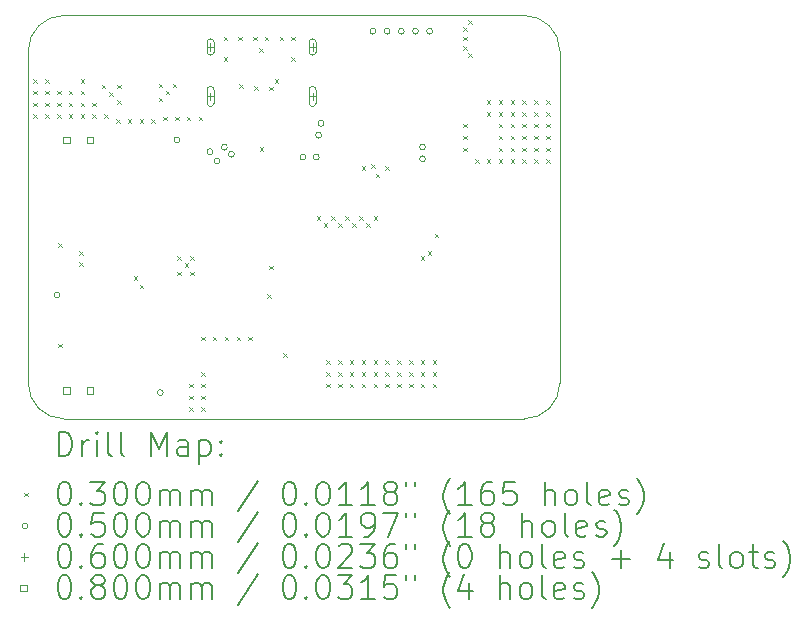
<source format=gbr>
%TF.GenerationSoftware,KiCad,Pcbnew,8.0.4*%
%TF.CreationDate,2024-10-06T13:03:44-05:00*%
%TF.ProjectId,BinauralMic,42696e61-7572-4616-9c4d-69632e6b6963,rev?*%
%TF.SameCoordinates,Original*%
%TF.FileFunction,Drillmap*%
%TF.FilePolarity,Positive*%
%FSLAX45Y45*%
G04 Gerber Fmt 4.5, Leading zero omitted, Abs format (unit mm)*
G04 Created by KiCad (PCBNEW 8.0.4) date 2024-10-06 13:03:44*
%MOMM*%
%LPD*%
G01*
G04 APERTURE LIST*
%ADD10C,0.050000*%
%ADD11C,0.200000*%
%ADD12C,0.100000*%
G04 APERTURE END LIST*
D10*
X16581598Y-5405955D02*
X16581598Y-8220955D01*
X12381598Y-8520955D02*
G75*
G02*
X12081595Y-8220954I2J300005D01*
G01*
X16281598Y-8520955D02*
X12381598Y-8520955D01*
X16281598Y-5105955D02*
G75*
G02*
X16581595Y-5405955I2J-299995D01*
G01*
X12081598Y-5405955D02*
G75*
G02*
X12381598Y-5105948I300002J5D01*
G01*
X12381598Y-5105955D02*
X16281598Y-5105955D01*
X12081598Y-8220954D02*
X12081598Y-5405955D01*
X16581598Y-8220955D02*
G75*
G02*
X16281598Y-8520958I-300008J5D01*
G01*
D11*
D12*
X12125000Y-5645000D02*
X12155000Y-5675000D01*
X12155000Y-5645000D02*
X12125000Y-5675000D01*
X12125000Y-5745000D02*
X12155000Y-5775000D01*
X12155000Y-5745000D02*
X12125000Y-5775000D01*
X12125000Y-5845000D02*
X12155000Y-5875000D01*
X12155000Y-5845000D02*
X12125000Y-5875000D01*
X12125000Y-5945000D02*
X12155000Y-5975000D01*
X12155000Y-5945000D02*
X12125000Y-5975000D01*
X12225000Y-5645000D02*
X12255000Y-5675000D01*
X12255000Y-5645000D02*
X12225000Y-5675000D01*
X12225000Y-5745000D02*
X12255000Y-5775000D01*
X12255000Y-5745000D02*
X12225000Y-5775000D01*
X12225000Y-5845000D02*
X12255000Y-5875000D01*
X12255000Y-5845000D02*
X12225000Y-5875000D01*
X12225000Y-5945000D02*
X12255000Y-5975000D01*
X12255000Y-5945000D02*
X12225000Y-5975000D01*
X12325000Y-5745000D02*
X12355000Y-5775000D01*
X12355000Y-5745000D02*
X12325000Y-5775000D01*
X12325000Y-5845000D02*
X12355000Y-5875000D01*
X12355000Y-5845000D02*
X12325000Y-5875000D01*
X12325000Y-5945000D02*
X12355000Y-5975000D01*
X12355000Y-5945000D02*
X12325000Y-5975000D01*
X12335000Y-7035000D02*
X12365000Y-7065000D01*
X12365000Y-7035000D02*
X12335000Y-7065000D01*
X12335000Y-7885000D02*
X12365000Y-7915000D01*
X12365000Y-7885000D02*
X12335000Y-7915000D01*
X12425000Y-5745000D02*
X12455000Y-5775000D01*
X12455000Y-5745000D02*
X12425000Y-5775000D01*
X12425000Y-5845000D02*
X12455000Y-5875000D01*
X12455000Y-5845000D02*
X12425000Y-5875000D01*
X12425000Y-5945000D02*
X12455000Y-5975000D01*
X12455000Y-5945000D02*
X12425000Y-5975000D01*
X12515000Y-7105000D02*
X12545000Y-7135000D01*
X12545000Y-7105000D02*
X12515000Y-7135000D01*
X12515000Y-7195000D02*
X12545000Y-7225000D01*
X12545000Y-7195000D02*
X12515000Y-7225000D01*
X12525000Y-5645000D02*
X12555000Y-5675000D01*
X12555000Y-5645000D02*
X12525000Y-5675000D01*
X12525000Y-5745000D02*
X12555000Y-5775000D01*
X12555000Y-5745000D02*
X12525000Y-5775000D01*
X12525000Y-5845000D02*
X12555000Y-5875000D01*
X12555000Y-5845000D02*
X12525000Y-5875000D01*
X12525000Y-5945000D02*
X12555000Y-5975000D01*
X12555000Y-5945000D02*
X12525000Y-5975000D01*
X12625000Y-5845000D02*
X12655000Y-5875000D01*
X12655000Y-5845000D02*
X12625000Y-5875000D01*
X12625000Y-5945000D02*
X12655000Y-5975000D01*
X12655000Y-5945000D02*
X12625000Y-5975000D01*
X12705000Y-5695000D02*
X12735000Y-5725000D01*
X12735000Y-5695000D02*
X12705000Y-5725000D01*
X12725000Y-5945000D02*
X12755000Y-5975000D01*
X12755000Y-5945000D02*
X12725000Y-5975000D01*
X12765000Y-5755000D02*
X12795000Y-5785000D01*
X12795000Y-5755000D02*
X12765000Y-5785000D01*
X12825000Y-5985000D02*
X12855000Y-6015000D01*
X12855000Y-5985000D02*
X12825000Y-6015000D01*
X12835000Y-5695000D02*
X12865000Y-5725000D01*
X12865000Y-5695000D02*
X12835000Y-5725000D01*
X12835000Y-5825000D02*
X12865000Y-5855000D01*
X12865000Y-5825000D02*
X12835000Y-5855000D01*
X12925000Y-5985000D02*
X12955000Y-6015000D01*
X12955000Y-5985000D02*
X12925000Y-6015000D01*
X12975000Y-7315000D02*
X13005000Y-7345000D01*
X13005000Y-7315000D02*
X12975000Y-7345000D01*
X13025000Y-5985000D02*
X13055000Y-6015000D01*
X13055000Y-5985000D02*
X13025000Y-6015000D01*
X13025000Y-7385000D02*
X13055000Y-7415000D01*
X13055000Y-7385000D02*
X13025000Y-7415000D01*
X13125000Y-5985000D02*
X13155000Y-6015000D01*
X13155000Y-5985000D02*
X13125000Y-6015000D01*
X13185000Y-5685000D02*
X13215000Y-5715000D01*
X13215000Y-5685000D02*
X13185000Y-5715000D01*
X13185000Y-5805000D02*
X13215000Y-5835000D01*
X13215000Y-5805000D02*
X13185000Y-5835000D01*
X13225000Y-5965000D02*
X13255000Y-5995000D01*
X13255000Y-5965000D02*
X13225000Y-5995000D01*
X13245000Y-5745000D02*
X13275000Y-5775000D01*
X13275000Y-5745000D02*
X13245000Y-5775000D01*
X13305000Y-5685000D02*
X13335000Y-5715000D01*
X13335000Y-5685000D02*
X13305000Y-5715000D01*
X13325000Y-5965000D02*
X13355000Y-5995000D01*
X13355000Y-5965000D02*
X13325000Y-5995000D01*
X13345000Y-7145000D02*
X13375000Y-7175000D01*
X13375000Y-7145000D02*
X13345000Y-7175000D01*
X13345000Y-7275000D02*
X13375000Y-7305000D01*
X13375000Y-7275000D02*
X13345000Y-7305000D01*
X13405000Y-7205000D02*
X13435000Y-7235000D01*
X13435000Y-7205000D02*
X13405000Y-7235000D01*
X13425000Y-5965000D02*
X13455000Y-5995000D01*
X13455000Y-5965000D02*
X13425000Y-5995000D01*
X13445000Y-8225000D02*
X13475000Y-8255000D01*
X13475000Y-8225000D02*
X13445000Y-8255000D01*
X13445000Y-8325000D02*
X13475000Y-8355000D01*
X13475000Y-8325000D02*
X13445000Y-8355000D01*
X13445000Y-8425000D02*
X13475000Y-8455000D01*
X13475000Y-8425000D02*
X13445000Y-8455000D01*
X13455000Y-7145000D02*
X13485000Y-7175000D01*
X13485000Y-7145000D02*
X13455000Y-7175000D01*
X13455000Y-7275000D02*
X13485000Y-7305000D01*
X13485000Y-7275000D02*
X13455000Y-7305000D01*
X13525000Y-5965000D02*
X13555000Y-5995000D01*
X13555000Y-5965000D02*
X13525000Y-5995000D01*
X13545000Y-7825000D02*
X13575000Y-7855000D01*
X13575000Y-7825000D02*
X13545000Y-7855000D01*
X13545000Y-8125000D02*
X13575000Y-8155000D01*
X13575000Y-8125000D02*
X13545000Y-8155000D01*
X13545000Y-8225000D02*
X13575000Y-8255000D01*
X13575000Y-8225000D02*
X13545000Y-8255000D01*
X13545000Y-8325000D02*
X13575000Y-8355000D01*
X13575000Y-8325000D02*
X13545000Y-8355000D01*
X13545000Y-8425000D02*
X13575000Y-8455000D01*
X13575000Y-8425000D02*
X13545000Y-8455000D01*
X13645000Y-7825000D02*
X13675000Y-7855000D01*
X13675000Y-7825000D02*
X13645000Y-7855000D01*
X13735000Y-5285000D02*
X13765000Y-5315000D01*
X13765000Y-5285000D02*
X13735000Y-5315000D01*
X13735000Y-5460000D02*
X13765000Y-5490000D01*
X13765000Y-5460000D02*
X13735000Y-5490000D01*
X13745000Y-7825000D02*
X13775000Y-7855000D01*
X13775000Y-7825000D02*
X13745000Y-7855000D01*
X13845000Y-7825000D02*
X13875000Y-7855000D01*
X13875000Y-7825000D02*
X13845000Y-7855000D01*
X13860000Y-5285000D02*
X13890000Y-5315000D01*
X13890000Y-5285000D02*
X13860000Y-5315000D01*
X13866598Y-5690955D02*
X13896598Y-5720955D01*
X13896598Y-5690955D02*
X13866598Y-5720955D01*
X13945000Y-7825000D02*
X13975000Y-7855000D01*
X13975000Y-7825000D02*
X13945000Y-7855000D01*
X13985000Y-5285000D02*
X14015000Y-5315000D01*
X14015000Y-5285000D02*
X13985000Y-5315000D01*
X13996613Y-5706613D02*
X14026613Y-5736613D01*
X14026613Y-5706613D02*
X13996613Y-5736613D01*
X14035000Y-5385000D02*
X14065000Y-5415000D01*
X14065000Y-5385000D02*
X14035000Y-5415000D01*
X14041598Y-6220954D02*
X14071598Y-6250954D01*
X14071598Y-6220954D02*
X14041598Y-6250954D01*
X14085000Y-5285000D02*
X14115000Y-5315000D01*
X14115000Y-5285000D02*
X14085000Y-5315000D01*
X14105000Y-7465000D02*
X14135000Y-7495000D01*
X14135000Y-7465000D02*
X14105000Y-7495000D01*
X14120000Y-5710000D02*
X14150000Y-5740000D01*
X14150000Y-5710000D02*
X14120000Y-5740000D01*
X14122001Y-7224617D02*
X14152001Y-7254617D01*
X14152001Y-7224617D02*
X14122001Y-7254617D01*
X14169976Y-5647530D02*
X14199976Y-5677530D01*
X14199976Y-5647530D02*
X14169976Y-5677530D01*
X14210000Y-5285000D02*
X14240000Y-5315000D01*
X14240000Y-5285000D02*
X14210000Y-5315000D01*
X14241250Y-7966250D02*
X14271250Y-7996250D01*
X14271250Y-7966250D02*
X14241250Y-7996250D01*
X14310000Y-5285000D02*
X14340000Y-5315000D01*
X14340000Y-5285000D02*
X14310000Y-5315000D01*
X14310000Y-5460000D02*
X14340000Y-5490000D01*
X14340000Y-5460000D02*
X14310000Y-5490000D01*
X14525000Y-6805000D02*
X14555000Y-6835000D01*
X14555000Y-6805000D02*
X14525000Y-6835000D01*
X14585000Y-6865000D02*
X14615000Y-6895000D01*
X14615000Y-6865000D02*
X14585000Y-6895000D01*
X14605000Y-8025000D02*
X14635000Y-8055000D01*
X14635000Y-8025000D02*
X14605000Y-8055000D01*
X14605000Y-8125000D02*
X14635000Y-8155000D01*
X14635000Y-8125000D02*
X14605000Y-8155000D01*
X14605000Y-8225000D02*
X14635000Y-8255000D01*
X14635000Y-8225000D02*
X14605000Y-8255000D01*
X14645000Y-6805000D02*
X14675000Y-6835000D01*
X14675000Y-6805000D02*
X14645000Y-6835000D01*
X14705000Y-6865000D02*
X14735000Y-6895000D01*
X14735000Y-6865000D02*
X14705000Y-6895000D01*
X14705000Y-8025000D02*
X14735000Y-8055000D01*
X14735000Y-8025000D02*
X14705000Y-8055000D01*
X14705000Y-8125000D02*
X14735000Y-8155000D01*
X14735000Y-8125000D02*
X14705000Y-8155000D01*
X14705000Y-8225000D02*
X14735000Y-8255000D01*
X14735000Y-8225000D02*
X14705000Y-8255000D01*
X14765000Y-6805000D02*
X14795000Y-6835000D01*
X14795000Y-6805000D02*
X14765000Y-6835000D01*
X14805000Y-8025000D02*
X14835000Y-8055000D01*
X14835000Y-8025000D02*
X14805000Y-8055000D01*
X14805000Y-8125000D02*
X14835000Y-8155000D01*
X14835000Y-8125000D02*
X14805000Y-8155000D01*
X14805000Y-8225000D02*
X14835000Y-8255000D01*
X14835000Y-8225000D02*
X14805000Y-8255000D01*
X14825000Y-6865000D02*
X14855000Y-6895000D01*
X14855000Y-6865000D02*
X14825000Y-6895000D01*
X14885000Y-6805000D02*
X14915000Y-6835000D01*
X14915000Y-6805000D02*
X14885000Y-6835000D01*
X14905000Y-6385000D02*
X14935000Y-6415000D01*
X14935000Y-6385000D02*
X14905000Y-6415000D01*
X14905000Y-8025000D02*
X14935000Y-8055000D01*
X14935000Y-8025000D02*
X14905000Y-8055000D01*
X14905000Y-8125000D02*
X14935000Y-8155000D01*
X14935000Y-8125000D02*
X14905000Y-8155000D01*
X14905000Y-8225000D02*
X14935000Y-8255000D01*
X14935000Y-8225000D02*
X14905000Y-8255000D01*
X14945000Y-6865000D02*
X14975000Y-6895000D01*
X14975000Y-6865000D02*
X14945000Y-6895000D01*
X14985000Y-6365000D02*
X15015000Y-6395000D01*
X15015000Y-6365000D02*
X14985000Y-6395000D01*
X15005000Y-6805000D02*
X15035000Y-6835000D01*
X15035000Y-6805000D02*
X15005000Y-6835000D01*
X15005000Y-8025000D02*
X15035000Y-8055000D01*
X15035000Y-8025000D02*
X15005000Y-8055000D01*
X15005000Y-8125000D02*
X15035000Y-8155000D01*
X15035000Y-8125000D02*
X15005000Y-8155000D01*
X15005000Y-8225000D02*
X15035000Y-8255000D01*
X15035000Y-8225000D02*
X15005000Y-8255000D01*
X15025000Y-6445000D02*
X15055000Y-6475000D01*
X15055000Y-6445000D02*
X15025000Y-6475000D01*
X15105000Y-6385000D02*
X15135000Y-6415000D01*
X15135000Y-6385000D02*
X15105000Y-6415000D01*
X15105000Y-8025000D02*
X15135000Y-8055000D01*
X15135000Y-8025000D02*
X15105000Y-8055000D01*
X15105000Y-8125000D02*
X15135000Y-8155000D01*
X15135000Y-8125000D02*
X15105000Y-8155000D01*
X15105000Y-8225000D02*
X15135000Y-8255000D01*
X15135000Y-8225000D02*
X15105000Y-8255000D01*
X15205000Y-8025000D02*
X15235000Y-8055000D01*
X15235000Y-8025000D02*
X15205000Y-8055000D01*
X15205000Y-8125000D02*
X15235000Y-8155000D01*
X15235000Y-8125000D02*
X15205000Y-8155000D01*
X15205000Y-8225000D02*
X15235000Y-8255000D01*
X15235000Y-8225000D02*
X15205000Y-8255000D01*
X15305000Y-8025000D02*
X15335000Y-8055000D01*
X15335000Y-8025000D02*
X15305000Y-8055000D01*
X15305000Y-8125000D02*
X15335000Y-8155000D01*
X15335000Y-8125000D02*
X15305000Y-8155000D01*
X15305000Y-8225000D02*
X15335000Y-8255000D01*
X15335000Y-8225000D02*
X15305000Y-8255000D01*
X15405000Y-7145000D02*
X15435000Y-7175000D01*
X15435000Y-7145000D02*
X15405000Y-7175000D01*
X15405000Y-8025000D02*
X15435000Y-8055000D01*
X15435000Y-8025000D02*
X15405000Y-8055000D01*
X15405000Y-8125000D02*
X15435000Y-8155000D01*
X15435000Y-8125000D02*
X15405000Y-8155000D01*
X15405000Y-8225000D02*
X15435000Y-8255000D01*
X15435000Y-8225000D02*
X15405000Y-8255000D01*
X15465000Y-7105000D02*
X15495000Y-7135000D01*
X15495000Y-7105000D02*
X15465000Y-7135000D01*
X15505000Y-8025000D02*
X15535000Y-8055000D01*
X15535000Y-8025000D02*
X15505000Y-8055000D01*
X15505000Y-8125000D02*
X15535000Y-8155000D01*
X15535000Y-8125000D02*
X15505000Y-8155000D01*
X15505000Y-8225000D02*
X15535000Y-8255000D01*
X15535000Y-8225000D02*
X15505000Y-8255000D01*
X15525000Y-6954704D02*
X15555000Y-6984704D01*
X15555000Y-6954704D02*
X15525000Y-6984704D01*
X15765000Y-5205000D02*
X15795000Y-5235000D01*
X15795000Y-5205000D02*
X15765000Y-5235000D01*
X15765000Y-5285000D02*
X15795000Y-5315000D01*
X15795000Y-5285000D02*
X15765000Y-5315000D01*
X15765000Y-5365000D02*
X15795000Y-5395000D01*
X15795000Y-5365000D02*
X15765000Y-5395000D01*
X15765000Y-6125000D02*
X15795000Y-6155000D01*
X15795000Y-6125000D02*
X15765000Y-6155000D01*
X15765000Y-6225000D02*
X15795000Y-6255000D01*
X15795000Y-6225000D02*
X15765000Y-6255000D01*
X15766598Y-6025000D02*
X15796598Y-6055000D01*
X15796598Y-6025000D02*
X15766598Y-6055000D01*
X15805000Y-5145000D02*
X15835000Y-5175000D01*
X15835000Y-5145000D02*
X15805000Y-5175000D01*
X15805000Y-5425000D02*
X15835000Y-5455000D01*
X15835000Y-5425000D02*
X15805000Y-5455000D01*
X15865000Y-6325000D02*
X15895000Y-6355000D01*
X15895000Y-6325000D02*
X15865000Y-6355000D01*
X15965000Y-5825000D02*
X15995000Y-5855000D01*
X15995000Y-5825000D02*
X15965000Y-5855000D01*
X15965000Y-5925000D02*
X15995000Y-5955000D01*
X15995000Y-5925000D02*
X15965000Y-5955000D01*
X15965000Y-6325000D02*
X15995000Y-6355000D01*
X15995000Y-6325000D02*
X15965000Y-6355000D01*
X16065000Y-5825000D02*
X16095000Y-5855000D01*
X16095000Y-5825000D02*
X16065000Y-5855000D01*
X16065000Y-5925000D02*
X16095000Y-5955000D01*
X16095000Y-5925000D02*
X16065000Y-5955000D01*
X16065000Y-6025000D02*
X16095000Y-6055000D01*
X16095000Y-6025000D02*
X16065000Y-6055000D01*
X16065000Y-6125000D02*
X16095000Y-6155000D01*
X16095000Y-6125000D02*
X16065000Y-6155000D01*
X16065000Y-6225000D02*
X16095000Y-6255000D01*
X16095000Y-6225000D02*
X16065000Y-6255000D01*
X16065000Y-6325000D02*
X16095000Y-6355000D01*
X16095000Y-6325000D02*
X16065000Y-6355000D01*
X16165000Y-5825000D02*
X16195000Y-5855000D01*
X16195000Y-5825000D02*
X16165000Y-5855000D01*
X16165000Y-5925000D02*
X16195000Y-5955000D01*
X16195000Y-5925000D02*
X16165000Y-5955000D01*
X16165000Y-6025000D02*
X16195000Y-6055000D01*
X16195000Y-6025000D02*
X16165000Y-6055000D01*
X16165000Y-6125000D02*
X16195000Y-6155000D01*
X16195000Y-6125000D02*
X16165000Y-6155000D01*
X16165000Y-6225000D02*
X16195000Y-6255000D01*
X16195000Y-6225000D02*
X16165000Y-6255000D01*
X16165000Y-6325000D02*
X16195000Y-6355000D01*
X16195000Y-6325000D02*
X16165000Y-6355000D01*
X16265000Y-5825000D02*
X16295000Y-5855000D01*
X16295000Y-5825000D02*
X16265000Y-5855000D01*
X16265000Y-5925000D02*
X16295000Y-5955000D01*
X16295000Y-5925000D02*
X16265000Y-5955000D01*
X16265000Y-6025000D02*
X16295000Y-6055000D01*
X16295000Y-6025000D02*
X16265000Y-6055000D01*
X16265000Y-6125000D02*
X16295000Y-6155000D01*
X16295000Y-6125000D02*
X16265000Y-6155000D01*
X16265000Y-6225000D02*
X16295000Y-6255000D01*
X16295000Y-6225000D02*
X16265000Y-6255000D01*
X16265000Y-6325000D02*
X16295000Y-6355000D01*
X16295000Y-6325000D02*
X16265000Y-6355000D01*
X16365000Y-5825000D02*
X16395000Y-5855000D01*
X16395000Y-5825000D02*
X16365000Y-5855000D01*
X16365000Y-5925000D02*
X16395000Y-5955000D01*
X16395000Y-5925000D02*
X16365000Y-5955000D01*
X16365000Y-6025000D02*
X16395000Y-6055000D01*
X16395000Y-6025000D02*
X16365000Y-6055000D01*
X16365000Y-6125000D02*
X16395000Y-6155000D01*
X16395000Y-6125000D02*
X16365000Y-6155000D01*
X16365000Y-6225000D02*
X16395000Y-6255000D01*
X16395000Y-6225000D02*
X16365000Y-6255000D01*
X16365000Y-6325000D02*
X16395000Y-6355000D01*
X16395000Y-6325000D02*
X16365000Y-6355000D01*
X16465000Y-5825000D02*
X16495000Y-5855000D01*
X16495000Y-5825000D02*
X16465000Y-5855000D01*
X16465000Y-5925000D02*
X16495000Y-5955000D01*
X16495000Y-5925000D02*
X16465000Y-5955000D01*
X16465000Y-6025000D02*
X16495000Y-6055000D01*
X16495000Y-6025000D02*
X16465000Y-6055000D01*
X16465000Y-6125000D02*
X16495000Y-6155000D01*
X16495000Y-6125000D02*
X16465000Y-6155000D01*
X16465000Y-6225000D02*
X16495000Y-6255000D01*
X16495000Y-6225000D02*
X16465000Y-6255000D01*
X16465000Y-6325000D02*
X16495000Y-6355000D01*
X16495000Y-6325000D02*
X16465000Y-6355000D01*
X12350000Y-7475000D02*
G75*
G02*
X12300000Y-7475000I-25000J0D01*
G01*
X12300000Y-7475000D02*
G75*
G02*
X12350000Y-7475000I25000J0D01*
G01*
X13225000Y-8300000D02*
G75*
G02*
X13175000Y-8300000I-25000J0D01*
G01*
X13175000Y-8300000D02*
G75*
G02*
X13225000Y-8300000I25000J0D01*
G01*
X13365000Y-6160000D02*
G75*
G02*
X13315000Y-6160000I-25000J0D01*
G01*
X13315000Y-6160000D02*
G75*
G02*
X13365000Y-6160000I25000J0D01*
G01*
X13645000Y-6260000D02*
G75*
G02*
X13595000Y-6260000I-25000J0D01*
G01*
X13595000Y-6260000D02*
G75*
G02*
X13645000Y-6260000I25000J0D01*
G01*
X13705000Y-6340000D02*
G75*
G02*
X13655000Y-6340000I-25000J0D01*
G01*
X13655000Y-6340000D02*
G75*
G02*
X13705000Y-6340000I25000J0D01*
G01*
X13766598Y-6221598D02*
G75*
G02*
X13716598Y-6221598I-25000J0D01*
G01*
X13716598Y-6221598D02*
G75*
G02*
X13766598Y-6221598I25000J0D01*
G01*
X13826702Y-6281702D02*
G75*
G02*
X13776702Y-6281702I-25000J0D01*
G01*
X13776702Y-6281702D02*
G75*
G02*
X13826702Y-6281702I25000J0D01*
G01*
X14431598Y-6305954D02*
G75*
G02*
X14381598Y-6305954I-25000J0D01*
G01*
X14381598Y-6305954D02*
G75*
G02*
X14431598Y-6305954I25000J0D01*
G01*
X14545000Y-6305955D02*
G75*
G02*
X14495000Y-6305955I-25000J0D01*
G01*
X14495000Y-6305955D02*
G75*
G02*
X14545000Y-6305955I25000J0D01*
G01*
X14565000Y-6120000D02*
G75*
G02*
X14515000Y-6120000I-25000J0D01*
G01*
X14515000Y-6120000D02*
G75*
G02*
X14565000Y-6120000I25000J0D01*
G01*
X14585000Y-6020000D02*
G75*
G02*
X14535000Y-6020000I-25000J0D01*
G01*
X14535000Y-6020000D02*
G75*
G02*
X14585000Y-6020000I25000J0D01*
G01*
X15025000Y-5240000D02*
G75*
G02*
X14975000Y-5240000I-25000J0D01*
G01*
X14975000Y-5240000D02*
G75*
G02*
X15025000Y-5240000I25000J0D01*
G01*
X15145000Y-5240000D02*
G75*
G02*
X15095000Y-5240000I-25000J0D01*
G01*
X15095000Y-5240000D02*
G75*
G02*
X15145000Y-5240000I25000J0D01*
G01*
X15265000Y-5240000D02*
G75*
G02*
X15215000Y-5240000I-25000J0D01*
G01*
X15215000Y-5240000D02*
G75*
G02*
X15265000Y-5240000I25000J0D01*
G01*
X15385000Y-5240000D02*
G75*
G02*
X15335000Y-5240000I-25000J0D01*
G01*
X15335000Y-5240000D02*
G75*
G02*
X15385000Y-5240000I25000J0D01*
G01*
X15445000Y-6220000D02*
G75*
G02*
X15395000Y-6220000I-25000J0D01*
G01*
X15395000Y-6220000D02*
G75*
G02*
X15445000Y-6220000I25000J0D01*
G01*
X15445000Y-6320000D02*
G75*
G02*
X15395000Y-6320000I-25000J0D01*
G01*
X15395000Y-6320000D02*
G75*
G02*
X15445000Y-6320000I25000J0D01*
G01*
X15505000Y-5240000D02*
G75*
G02*
X15455000Y-5240000I-25000J0D01*
G01*
X15455000Y-5240000D02*
G75*
G02*
X15505000Y-5240000I25000J0D01*
G01*
X13624598Y-5343455D02*
X13624598Y-5403455D01*
X13594598Y-5373455D02*
X13654598Y-5373455D01*
X13654598Y-5413455D02*
X13654598Y-5333455D01*
X13594598Y-5333455D02*
G75*
G02*
X13654598Y-5333455I30000J0D01*
G01*
X13594598Y-5333455D02*
X13594598Y-5413455D01*
X13594598Y-5413455D02*
G75*
G03*
X13654598Y-5413455I30000J0D01*
G01*
X13624598Y-5761455D02*
X13624598Y-5821455D01*
X13594598Y-5791455D02*
X13654598Y-5791455D01*
X13654598Y-5846455D02*
X13654598Y-5736455D01*
X13594598Y-5736455D02*
G75*
G02*
X13654598Y-5736455I30000J0D01*
G01*
X13594598Y-5736455D02*
X13594598Y-5846455D01*
X13594598Y-5846455D02*
G75*
G03*
X13654598Y-5846455I30000J0D01*
G01*
X14488598Y-5343455D02*
X14488598Y-5403455D01*
X14458598Y-5373455D02*
X14518598Y-5373455D01*
X14518598Y-5413455D02*
X14518598Y-5333455D01*
X14458598Y-5333455D02*
G75*
G02*
X14518598Y-5333455I30000J0D01*
G01*
X14458598Y-5333455D02*
X14458598Y-5413455D01*
X14458598Y-5413455D02*
G75*
G03*
X14518598Y-5413455I30000J0D01*
G01*
X14488598Y-5761455D02*
X14488598Y-5821455D01*
X14458598Y-5791455D02*
X14518598Y-5791455D01*
X14518598Y-5846455D02*
X14518598Y-5736455D01*
X14458598Y-5736455D02*
G75*
G02*
X14518598Y-5736455I30000J0D01*
G01*
X14458598Y-5736455D02*
X14458598Y-5846455D01*
X14458598Y-5846455D02*
G75*
G03*
X14518598Y-5846455I30000J0D01*
G01*
X12432034Y-6188284D02*
X12432034Y-6131715D01*
X12375465Y-6131715D01*
X12375465Y-6188284D01*
X12432034Y-6188284D01*
X12432034Y-8308284D02*
X12432034Y-8251715D01*
X12375465Y-8251715D01*
X12375465Y-8308284D01*
X12432034Y-8308284D01*
X12632034Y-6188284D02*
X12632034Y-6131715D01*
X12575465Y-6131715D01*
X12575465Y-6188284D01*
X12632034Y-6188284D01*
X12632034Y-8308284D02*
X12632034Y-8251715D01*
X12575465Y-8251715D01*
X12575465Y-8308284D01*
X12632034Y-8308284D01*
D11*
X12339875Y-8834939D02*
X12339875Y-8634939D01*
X12339875Y-8634939D02*
X12387494Y-8634939D01*
X12387494Y-8634939D02*
X12416065Y-8644462D01*
X12416065Y-8644462D02*
X12435113Y-8663510D01*
X12435113Y-8663510D02*
X12444637Y-8682558D01*
X12444637Y-8682558D02*
X12454160Y-8720653D01*
X12454160Y-8720653D02*
X12454160Y-8749224D01*
X12454160Y-8749224D02*
X12444637Y-8787319D01*
X12444637Y-8787319D02*
X12435113Y-8806367D01*
X12435113Y-8806367D02*
X12416065Y-8825415D01*
X12416065Y-8825415D02*
X12387494Y-8834939D01*
X12387494Y-8834939D02*
X12339875Y-8834939D01*
X12539875Y-8834939D02*
X12539875Y-8701605D01*
X12539875Y-8739700D02*
X12549399Y-8720653D01*
X12549399Y-8720653D02*
X12558922Y-8711129D01*
X12558922Y-8711129D02*
X12577970Y-8701605D01*
X12577970Y-8701605D02*
X12597018Y-8701605D01*
X12663684Y-8834939D02*
X12663684Y-8701605D01*
X12663684Y-8634939D02*
X12654160Y-8644462D01*
X12654160Y-8644462D02*
X12663684Y-8653986D01*
X12663684Y-8653986D02*
X12673208Y-8644462D01*
X12673208Y-8644462D02*
X12663684Y-8634939D01*
X12663684Y-8634939D02*
X12663684Y-8653986D01*
X12787494Y-8834939D02*
X12768446Y-8825415D01*
X12768446Y-8825415D02*
X12758922Y-8806367D01*
X12758922Y-8806367D02*
X12758922Y-8634939D01*
X12892256Y-8834939D02*
X12873208Y-8825415D01*
X12873208Y-8825415D02*
X12863684Y-8806367D01*
X12863684Y-8806367D02*
X12863684Y-8634939D01*
X13120827Y-8834939D02*
X13120827Y-8634939D01*
X13120827Y-8634939D02*
X13187494Y-8777796D01*
X13187494Y-8777796D02*
X13254160Y-8634939D01*
X13254160Y-8634939D02*
X13254160Y-8834939D01*
X13435113Y-8834939D02*
X13435113Y-8730177D01*
X13435113Y-8730177D02*
X13425589Y-8711129D01*
X13425589Y-8711129D02*
X13406541Y-8701605D01*
X13406541Y-8701605D02*
X13368446Y-8701605D01*
X13368446Y-8701605D02*
X13349399Y-8711129D01*
X13435113Y-8825415D02*
X13416065Y-8834939D01*
X13416065Y-8834939D02*
X13368446Y-8834939D01*
X13368446Y-8834939D02*
X13349399Y-8825415D01*
X13349399Y-8825415D02*
X13339875Y-8806367D01*
X13339875Y-8806367D02*
X13339875Y-8787319D01*
X13339875Y-8787319D02*
X13349399Y-8768272D01*
X13349399Y-8768272D02*
X13368446Y-8758748D01*
X13368446Y-8758748D02*
X13416065Y-8758748D01*
X13416065Y-8758748D02*
X13435113Y-8749224D01*
X13530351Y-8701605D02*
X13530351Y-8901605D01*
X13530351Y-8711129D02*
X13549399Y-8701605D01*
X13549399Y-8701605D02*
X13587494Y-8701605D01*
X13587494Y-8701605D02*
X13606541Y-8711129D01*
X13606541Y-8711129D02*
X13616065Y-8720653D01*
X13616065Y-8720653D02*
X13625589Y-8739700D01*
X13625589Y-8739700D02*
X13625589Y-8796843D01*
X13625589Y-8796843D02*
X13616065Y-8815891D01*
X13616065Y-8815891D02*
X13606541Y-8825415D01*
X13606541Y-8825415D02*
X13587494Y-8834939D01*
X13587494Y-8834939D02*
X13549399Y-8834939D01*
X13549399Y-8834939D02*
X13530351Y-8825415D01*
X13711303Y-8815891D02*
X13720827Y-8825415D01*
X13720827Y-8825415D02*
X13711303Y-8834939D01*
X13711303Y-8834939D02*
X13701780Y-8825415D01*
X13701780Y-8825415D02*
X13711303Y-8815891D01*
X13711303Y-8815891D02*
X13711303Y-8834939D01*
X13711303Y-8711129D02*
X13720827Y-8720653D01*
X13720827Y-8720653D02*
X13711303Y-8730177D01*
X13711303Y-8730177D02*
X13701780Y-8720653D01*
X13701780Y-8720653D02*
X13711303Y-8711129D01*
X13711303Y-8711129D02*
X13711303Y-8730177D01*
D12*
X12049098Y-9148455D02*
X12079098Y-9178455D01*
X12079098Y-9148455D02*
X12049098Y-9178455D01*
D11*
X12377970Y-9054939D02*
X12397018Y-9054939D01*
X12397018Y-9054939D02*
X12416065Y-9064462D01*
X12416065Y-9064462D02*
X12425589Y-9073986D01*
X12425589Y-9073986D02*
X12435113Y-9093034D01*
X12435113Y-9093034D02*
X12444637Y-9131129D01*
X12444637Y-9131129D02*
X12444637Y-9178748D01*
X12444637Y-9178748D02*
X12435113Y-9216843D01*
X12435113Y-9216843D02*
X12425589Y-9235891D01*
X12425589Y-9235891D02*
X12416065Y-9245415D01*
X12416065Y-9245415D02*
X12397018Y-9254939D01*
X12397018Y-9254939D02*
X12377970Y-9254939D01*
X12377970Y-9254939D02*
X12358922Y-9245415D01*
X12358922Y-9245415D02*
X12349399Y-9235891D01*
X12349399Y-9235891D02*
X12339875Y-9216843D01*
X12339875Y-9216843D02*
X12330351Y-9178748D01*
X12330351Y-9178748D02*
X12330351Y-9131129D01*
X12330351Y-9131129D02*
X12339875Y-9093034D01*
X12339875Y-9093034D02*
X12349399Y-9073986D01*
X12349399Y-9073986D02*
X12358922Y-9064462D01*
X12358922Y-9064462D02*
X12377970Y-9054939D01*
X12530351Y-9235891D02*
X12539875Y-9245415D01*
X12539875Y-9245415D02*
X12530351Y-9254939D01*
X12530351Y-9254939D02*
X12520827Y-9245415D01*
X12520827Y-9245415D02*
X12530351Y-9235891D01*
X12530351Y-9235891D02*
X12530351Y-9254939D01*
X12606541Y-9054939D02*
X12730351Y-9054939D01*
X12730351Y-9054939D02*
X12663684Y-9131129D01*
X12663684Y-9131129D02*
X12692256Y-9131129D01*
X12692256Y-9131129D02*
X12711303Y-9140653D01*
X12711303Y-9140653D02*
X12720827Y-9150177D01*
X12720827Y-9150177D02*
X12730351Y-9169224D01*
X12730351Y-9169224D02*
X12730351Y-9216843D01*
X12730351Y-9216843D02*
X12720827Y-9235891D01*
X12720827Y-9235891D02*
X12711303Y-9245415D01*
X12711303Y-9245415D02*
X12692256Y-9254939D01*
X12692256Y-9254939D02*
X12635113Y-9254939D01*
X12635113Y-9254939D02*
X12616065Y-9245415D01*
X12616065Y-9245415D02*
X12606541Y-9235891D01*
X12854160Y-9054939D02*
X12873208Y-9054939D01*
X12873208Y-9054939D02*
X12892256Y-9064462D01*
X12892256Y-9064462D02*
X12901780Y-9073986D01*
X12901780Y-9073986D02*
X12911303Y-9093034D01*
X12911303Y-9093034D02*
X12920827Y-9131129D01*
X12920827Y-9131129D02*
X12920827Y-9178748D01*
X12920827Y-9178748D02*
X12911303Y-9216843D01*
X12911303Y-9216843D02*
X12901780Y-9235891D01*
X12901780Y-9235891D02*
X12892256Y-9245415D01*
X12892256Y-9245415D02*
X12873208Y-9254939D01*
X12873208Y-9254939D02*
X12854160Y-9254939D01*
X12854160Y-9254939D02*
X12835113Y-9245415D01*
X12835113Y-9245415D02*
X12825589Y-9235891D01*
X12825589Y-9235891D02*
X12816065Y-9216843D01*
X12816065Y-9216843D02*
X12806541Y-9178748D01*
X12806541Y-9178748D02*
X12806541Y-9131129D01*
X12806541Y-9131129D02*
X12816065Y-9093034D01*
X12816065Y-9093034D02*
X12825589Y-9073986D01*
X12825589Y-9073986D02*
X12835113Y-9064462D01*
X12835113Y-9064462D02*
X12854160Y-9054939D01*
X13044637Y-9054939D02*
X13063684Y-9054939D01*
X13063684Y-9054939D02*
X13082732Y-9064462D01*
X13082732Y-9064462D02*
X13092256Y-9073986D01*
X13092256Y-9073986D02*
X13101780Y-9093034D01*
X13101780Y-9093034D02*
X13111303Y-9131129D01*
X13111303Y-9131129D02*
X13111303Y-9178748D01*
X13111303Y-9178748D02*
X13101780Y-9216843D01*
X13101780Y-9216843D02*
X13092256Y-9235891D01*
X13092256Y-9235891D02*
X13082732Y-9245415D01*
X13082732Y-9245415D02*
X13063684Y-9254939D01*
X13063684Y-9254939D02*
X13044637Y-9254939D01*
X13044637Y-9254939D02*
X13025589Y-9245415D01*
X13025589Y-9245415D02*
X13016065Y-9235891D01*
X13016065Y-9235891D02*
X13006541Y-9216843D01*
X13006541Y-9216843D02*
X12997018Y-9178748D01*
X12997018Y-9178748D02*
X12997018Y-9131129D01*
X12997018Y-9131129D02*
X13006541Y-9093034D01*
X13006541Y-9093034D02*
X13016065Y-9073986D01*
X13016065Y-9073986D02*
X13025589Y-9064462D01*
X13025589Y-9064462D02*
X13044637Y-9054939D01*
X13197018Y-9254939D02*
X13197018Y-9121605D01*
X13197018Y-9140653D02*
X13206541Y-9131129D01*
X13206541Y-9131129D02*
X13225589Y-9121605D01*
X13225589Y-9121605D02*
X13254161Y-9121605D01*
X13254161Y-9121605D02*
X13273208Y-9131129D01*
X13273208Y-9131129D02*
X13282732Y-9150177D01*
X13282732Y-9150177D02*
X13282732Y-9254939D01*
X13282732Y-9150177D02*
X13292256Y-9131129D01*
X13292256Y-9131129D02*
X13311303Y-9121605D01*
X13311303Y-9121605D02*
X13339875Y-9121605D01*
X13339875Y-9121605D02*
X13358922Y-9131129D01*
X13358922Y-9131129D02*
X13368446Y-9150177D01*
X13368446Y-9150177D02*
X13368446Y-9254939D01*
X13463684Y-9254939D02*
X13463684Y-9121605D01*
X13463684Y-9140653D02*
X13473208Y-9131129D01*
X13473208Y-9131129D02*
X13492256Y-9121605D01*
X13492256Y-9121605D02*
X13520827Y-9121605D01*
X13520827Y-9121605D02*
X13539875Y-9131129D01*
X13539875Y-9131129D02*
X13549399Y-9150177D01*
X13549399Y-9150177D02*
X13549399Y-9254939D01*
X13549399Y-9150177D02*
X13558922Y-9131129D01*
X13558922Y-9131129D02*
X13577970Y-9121605D01*
X13577970Y-9121605D02*
X13606541Y-9121605D01*
X13606541Y-9121605D02*
X13625589Y-9131129D01*
X13625589Y-9131129D02*
X13635113Y-9150177D01*
X13635113Y-9150177D02*
X13635113Y-9254939D01*
X14025589Y-9045415D02*
X13854161Y-9302558D01*
X14282732Y-9054939D02*
X14301780Y-9054939D01*
X14301780Y-9054939D02*
X14320827Y-9064462D01*
X14320827Y-9064462D02*
X14330351Y-9073986D01*
X14330351Y-9073986D02*
X14339875Y-9093034D01*
X14339875Y-9093034D02*
X14349399Y-9131129D01*
X14349399Y-9131129D02*
X14349399Y-9178748D01*
X14349399Y-9178748D02*
X14339875Y-9216843D01*
X14339875Y-9216843D02*
X14330351Y-9235891D01*
X14330351Y-9235891D02*
X14320827Y-9245415D01*
X14320827Y-9245415D02*
X14301780Y-9254939D01*
X14301780Y-9254939D02*
X14282732Y-9254939D01*
X14282732Y-9254939D02*
X14263684Y-9245415D01*
X14263684Y-9245415D02*
X14254161Y-9235891D01*
X14254161Y-9235891D02*
X14244637Y-9216843D01*
X14244637Y-9216843D02*
X14235113Y-9178748D01*
X14235113Y-9178748D02*
X14235113Y-9131129D01*
X14235113Y-9131129D02*
X14244637Y-9093034D01*
X14244637Y-9093034D02*
X14254161Y-9073986D01*
X14254161Y-9073986D02*
X14263684Y-9064462D01*
X14263684Y-9064462D02*
X14282732Y-9054939D01*
X14435113Y-9235891D02*
X14444637Y-9245415D01*
X14444637Y-9245415D02*
X14435113Y-9254939D01*
X14435113Y-9254939D02*
X14425589Y-9245415D01*
X14425589Y-9245415D02*
X14435113Y-9235891D01*
X14435113Y-9235891D02*
X14435113Y-9254939D01*
X14568446Y-9054939D02*
X14587494Y-9054939D01*
X14587494Y-9054939D02*
X14606542Y-9064462D01*
X14606542Y-9064462D02*
X14616065Y-9073986D01*
X14616065Y-9073986D02*
X14625589Y-9093034D01*
X14625589Y-9093034D02*
X14635113Y-9131129D01*
X14635113Y-9131129D02*
X14635113Y-9178748D01*
X14635113Y-9178748D02*
X14625589Y-9216843D01*
X14625589Y-9216843D02*
X14616065Y-9235891D01*
X14616065Y-9235891D02*
X14606542Y-9245415D01*
X14606542Y-9245415D02*
X14587494Y-9254939D01*
X14587494Y-9254939D02*
X14568446Y-9254939D01*
X14568446Y-9254939D02*
X14549399Y-9245415D01*
X14549399Y-9245415D02*
X14539875Y-9235891D01*
X14539875Y-9235891D02*
X14530351Y-9216843D01*
X14530351Y-9216843D02*
X14520827Y-9178748D01*
X14520827Y-9178748D02*
X14520827Y-9131129D01*
X14520827Y-9131129D02*
X14530351Y-9093034D01*
X14530351Y-9093034D02*
X14539875Y-9073986D01*
X14539875Y-9073986D02*
X14549399Y-9064462D01*
X14549399Y-9064462D02*
X14568446Y-9054939D01*
X14825589Y-9254939D02*
X14711304Y-9254939D01*
X14768446Y-9254939D02*
X14768446Y-9054939D01*
X14768446Y-9054939D02*
X14749399Y-9083510D01*
X14749399Y-9083510D02*
X14730351Y-9102558D01*
X14730351Y-9102558D02*
X14711304Y-9112081D01*
X15016065Y-9254939D02*
X14901780Y-9254939D01*
X14958923Y-9254939D02*
X14958923Y-9054939D01*
X14958923Y-9054939D02*
X14939875Y-9083510D01*
X14939875Y-9083510D02*
X14920827Y-9102558D01*
X14920827Y-9102558D02*
X14901780Y-9112081D01*
X15130351Y-9140653D02*
X15111304Y-9131129D01*
X15111304Y-9131129D02*
X15101780Y-9121605D01*
X15101780Y-9121605D02*
X15092256Y-9102558D01*
X15092256Y-9102558D02*
X15092256Y-9093034D01*
X15092256Y-9093034D02*
X15101780Y-9073986D01*
X15101780Y-9073986D02*
X15111304Y-9064462D01*
X15111304Y-9064462D02*
X15130351Y-9054939D01*
X15130351Y-9054939D02*
X15168446Y-9054939D01*
X15168446Y-9054939D02*
X15187494Y-9064462D01*
X15187494Y-9064462D02*
X15197018Y-9073986D01*
X15197018Y-9073986D02*
X15206542Y-9093034D01*
X15206542Y-9093034D02*
X15206542Y-9102558D01*
X15206542Y-9102558D02*
X15197018Y-9121605D01*
X15197018Y-9121605D02*
X15187494Y-9131129D01*
X15187494Y-9131129D02*
X15168446Y-9140653D01*
X15168446Y-9140653D02*
X15130351Y-9140653D01*
X15130351Y-9140653D02*
X15111304Y-9150177D01*
X15111304Y-9150177D02*
X15101780Y-9159700D01*
X15101780Y-9159700D02*
X15092256Y-9178748D01*
X15092256Y-9178748D02*
X15092256Y-9216843D01*
X15092256Y-9216843D02*
X15101780Y-9235891D01*
X15101780Y-9235891D02*
X15111304Y-9245415D01*
X15111304Y-9245415D02*
X15130351Y-9254939D01*
X15130351Y-9254939D02*
X15168446Y-9254939D01*
X15168446Y-9254939D02*
X15187494Y-9245415D01*
X15187494Y-9245415D02*
X15197018Y-9235891D01*
X15197018Y-9235891D02*
X15206542Y-9216843D01*
X15206542Y-9216843D02*
X15206542Y-9178748D01*
X15206542Y-9178748D02*
X15197018Y-9159700D01*
X15197018Y-9159700D02*
X15187494Y-9150177D01*
X15187494Y-9150177D02*
X15168446Y-9140653D01*
X15282732Y-9054939D02*
X15282732Y-9093034D01*
X15358923Y-9054939D02*
X15358923Y-9093034D01*
X15654161Y-9331129D02*
X15644637Y-9321605D01*
X15644637Y-9321605D02*
X15625589Y-9293034D01*
X15625589Y-9293034D02*
X15616066Y-9273986D01*
X15616066Y-9273986D02*
X15606542Y-9245415D01*
X15606542Y-9245415D02*
X15597018Y-9197796D01*
X15597018Y-9197796D02*
X15597018Y-9159700D01*
X15597018Y-9159700D02*
X15606542Y-9112081D01*
X15606542Y-9112081D02*
X15616066Y-9083510D01*
X15616066Y-9083510D02*
X15625589Y-9064462D01*
X15625589Y-9064462D02*
X15644637Y-9035891D01*
X15644637Y-9035891D02*
X15654161Y-9026367D01*
X15835113Y-9254939D02*
X15720827Y-9254939D01*
X15777970Y-9254939D02*
X15777970Y-9054939D01*
X15777970Y-9054939D02*
X15758923Y-9083510D01*
X15758923Y-9083510D02*
X15739875Y-9102558D01*
X15739875Y-9102558D02*
X15720827Y-9112081D01*
X16006542Y-9054939D02*
X15968446Y-9054939D01*
X15968446Y-9054939D02*
X15949399Y-9064462D01*
X15949399Y-9064462D02*
X15939875Y-9073986D01*
X15939875Y-9073986D02*
X15920827Y-9102558D01*
X15920827Y-9102558D02*
X15911304Y-9140653D01*
X15911304Y-9140653D02*
X15911304Y-9216843D01*
X15911304Y-9216843D02*
X15920827Y-9235891D01*
X15920827Y-9235891D02*
X15930351Y-9245415D01*
X15930351Y-9245415D02*
X15949399Y-9254939D01*
X15949399Y-9254939D02*
X15987494Y-9254939D01*
X15987494Y-9254939D02*
X16006542Y-9245415D01*
X16006542Y-9245415D02*
X16016066Y-9235891D01*
X16016066Y-9235891D02*
X16025589Y-9216843D01*
X16025589Y-9216843D02*
X16025589Y-9169224D01*
X16025589Y-9169224D02*
X16016066Y-9150177D01*
X16016066Y-9150177D02*
X16006542Y-9140653D01*
X16006542Y-9140653D02*
X15987494Y-9131129D01*
X15987494Y-9131129D02*
X15949399Y-9131129D01*
X15949399Y-9131129D02*
X15930351Y-9140653D01*
X15930351Y-9140653D02*
X15920827Y-9150177D01*
X15920827Y-9150177D02*
X15911304Y-9169224D01*
X16206542Y-9054939D02*
X16111304Y-9054939D01*
X16111304Y-9054939D02*
X16101780Y-9150177D01*
X16101780Y-9150177D02*
X16111304Y-9140653D01*
X16111304Y-9140653D02*
X16130351Y-9131129D01*
X16130351Y-9131129D02*
X16177970Y-9131129D01*
X16177970Y-9131129D02*
X16197018Y-9140653D01*
X16197018Y-9140653D02*
X16206542Y-9150177D01*
X16206542Y-9150177D02*
X16216066Y-9169224D01*
X16216066Y-9169224D02*
X16216066Y-9216843D01*
X16216066Y-9216843D02*
X16206542Y-9235891D01*
X16206542Y-9235891D02*
X16197018Y-9245415D01*
X16197018Y-9245415D02*
X16177970Y-9254939D01*
X16177970Y-9254939D02*
X16130351Y-9254939D01*
X16130351Y-9254939D02*
X16111304Y-9245415D01*
X16111304Y-9245415D02*
X16101780Y-9235891D01*
X16454161Y-9254939D02*
X16454161Y-9054939D01*
X16539875Y-9254939D02*
X16539875Y-9150177D01*
X16539875Y-9150177D02*
X16530351Y-9131129D01*
X16530351Y-9131129D02*
X16511304Y-9121605D01*
X16511304Y-9121605D02*
X16482732Y-9121605D01*
X16482732Y-9121605D02*
X16463685Y-9131129D01*
X16463685Y-9131129D02*
X16454161Y-9140653D01*
X16663685Y-9254939D02*
X16644637Y-9245415D01*
X16644637Y-9245415D02*
X16635113Y-9235891D01*
X16635113Y-9235891D02*
X16625589Y-9216843D01*
X16625589Y-9216843D02*
X16625589Y-9159700D01*
X16625589Y-9159700D02*
X16635113Y-9140653D01*
X16635113Y-9140653D02*
X16644637Y-9131129D01*
X16644637Y-9131129D02*
X16663685Y-9121605D01*
X16663685Y-9121605D02*
X16692256Y-9121605D01*
X16692256Y-9121605D02*
X16711304Y-9131129D01*
X16711304Y-9131129D02*
X16720828Y-9140653D01*
X16720828Y-9140653D02*
X16730351Y-9159700D01*
X16730351Y-9159700D02*
X16730351Y-9216843D01*
X16730351Y-9216843D02*
X16720828Y-9235891D01*
X16720828Y-9235891D02*
X16711304Y-9245415D01*
X16711304Y-9245415D02*
X16692256Y-9254939D01*
X16692256Y-9254939D02*
X16663685Y-9254939D01*
X16844637Y-9254939D02*
X16825590Y-9245415D01*
X16825590Y-9245415D02*
X16816066Y-9226367D01*
X16816066Y-9226367D02*
X16816066Y-9054939D01*
X16997018Y-9245415D02*
X16977971Y-9254939D01*
X16977971Y-9254939D02*
X16939875Y-9254939D01*
X16939875Y-9254939D02*
X16920828Y-9245415D01*
X16920828Y-9245415D02*
X16911304Y-9226367D01*
X16911304Y-9226367D02*
X16911304Y-9150177D01*
X16911304Y-9150177D02*
X16920828Y-9131129D01*
X16920828Y-9131129D02*
X16939875Y-9121605D01*
X16939875Y-9121605D02*
X16977971Y-9121605D01*
X16977971Y-9121605D02*
X16997018Y-9131129D01*
X16997018Y-9131129D02*
X17006542Y-9150177D01*
X17006542Y-9150177D02*
X17006542Y-9169224D01*
X17006542Y-9169224D02*
X16911304Y-9188272D01*
X17082732Y-9245415D02*
X17101780Y-9254939D01*
X17101780Y-9254939D02*
X17139875Y-9254939D01*
X17139875Y-9254939D02*
X17158923Y-9245415D01*
X17158923Y-9245415D02*
X17168447Y-9226367D01*
X17168447Y-9226367D02*
X17168447Y-9216843D01*
X17168447Y-9216843D02*
X17158923Y-9197796D01*
X17158923Y-9197796D02*
X17139875Y-9188272D01*
X17139875Y-9188272D02*
X17111304Y-9188272D01*
X17111304Y-9188272D02*
X17092256Y-9178748D01*
X17092256Y-9178748D02*
X17082732Y-9159700D01*
X17082732Y-9159700D02*
X17082732Y-9150177D01*
X17082732Y-9150177D02*
X17092256Y-9131129D01*
X17092256Y-9131129D02*
X17111304Y-9121605D01*
X17111304Y-9121605D02*
X17139875Y-9121605D01*
X17139875Y-9121605D02*
X17158923Y-9131129D01*
X17235113Y-9331129D02*
X17244637Y-9321605D01*
X17244637Y-9321605D02*
X17263685Y-9293034D01*
X17263685Y-9293034D02*
X17273209Y-9273986D01*
X17273209Y-9273986D02*
X17282732Y-9245415D01*
X17282732Y-9245415D02*
X17292256Y-9197796D01*
X17292256Y-9197796D02*
X17292256Y-9159700D01*
X17292256Y-9159700D02*
X17282732Y-9112081D01*
X17282732Y-9112081D02*
X17273209Y-9083510D01*
X17273209Y-9083510D02*
X17263685Y-9064462D01*
X17263685Y-9064462D02*
X17244637Y-9035891D01*
X17244637Y-9035891D02*
X17235113Y-9026367D01*
D12*
X12079098Y-9427455D02*
G75*
G02*
X12029098Y-9427455I-25000J0D01*
G01*
X12029098Y-9427455D02*
G75*
G02*
X12079098Y-9427455I25000J0D01*
G01*
D11*
X12377970Y-9318939D02*
X12397018Y-9318939D01*
X12397018Y-9318939D02*
X12416065Y-9328462D01*
X12416065Y-9328462D02*
X12425589Y-9337986D01*
X12425589Y-9337986D02*
X12435113Y-9357034D01*
X12435113Y-9357034D02*
X12444637Y-9395129D01*
X12444637Y-9395129D02*
X12444637Y-9442748D01*
X12444637Y-9442748D02*
X12435113Y-9480843D01*
X12435113Y-9480843D02*
X12425589Y-9499891D01*
X12425589Y-9499891D02*
X12416065Y-9509415D01*
X12416065Y-9509415D02*
X12397018Y-9518939D01*
X12397018Y-9518939D02*
X12377970Y-9518939D01*
X12377970Y-9518939D02*
X12358922Y-9509415D01*
X12358922Y-9509415D02*
X12349399Y-9499891D01*
X12349399Y-9499891D02*
X12339875Y-9480843D01*
X12339875Y-9480843D02*
X12330351Y-9442748D01*
X12330351Y-9442748D02*
X12330351Y-9395129D01*
X12330351Y-9395129D02*
X12339875Y-9357034D01*
X12339875Y-9357034D02*
X12349399Y-9337986D01*
X12349399Y-9337986D02*
X12358922Y-9328462D01*
X12358922Y-9328462D02*
X12377970Y-9318939D01*
X12530351Y-9499891D02*
X12539875Y-9509415D01*
X12539875Y-9509415D02*
X12530351Y-9518939D01*
X12530351Y-9518939D02*
X12520827Y-9509415D01*
X12520827Y-9509415D02*
X12530351Y-9499891D01*
X12530351Y-9499891D02*
X12530351Y-9518939D01*
X12720827Y-9318939D02*
X12625589Y-9318939D01*
X12625589Y-9318939D02*
X12616065Y-9414177D01*
X12616065Y-9414177D02*
X12625589Y-9404653D01*
X12625589Y-9404653D02*
X12644637Y-9395129D01*
X12644637Y-9395129D02*
X12692256Y-9395129D01*
X12692256Y-9395129D02*
X12711303Y-9404653D01*
X12711303Y-9404653D02*
X12720827Y-9414177D01*
X12720827Y-9414177D02*
X12730351Y-9433224D01*
X12730351Y-9433224D02*
X12730351Y-9480843D01*
X12730351Y-9480843D02*
X12720827Y-9499891D01*
X12720827Y-9499891D02*
X12711303Y-9509415D01*
X12711303Y-9509415D02*
X12692256Y-9518939D01*
X12692256Y-9518939D02*
X12644637Y-9518939D01*
X12644637Y-9518939D02*
X12625589Y-9509415D01*
X12625589Y-9509415D02*
X12616065Y-9499891D01*
X12854160Y-9318939D02*
X12873208Y-9318939D01*
X12873208Y-9318939D02*
X12892256Y-9328462D01*
X12892256Y-9328462D02*
X12901780Y-9337986D01*
X12901780Y-9337986D02*
X12911303Y-9357034D01*
X12911303Y-9357034D02*
X12920827Y-9395129D01*
X12920827Y-9395129D02*
X12920827Y-9442748D01*
X12920827Y-9442748D02*
X12911303Y-9480843D01*
X12911303Y-9480843D02*
X12901780Y-9499891D01*
X12901780Y-9499891D02*
X12892256Y-9509415D01*
X12892256Y-9509415D02*
X12873208Y-9518939D01*
X12873208Y-9518939D02*
X12854160Y-9518939D01*
X12854160Y-9518939D02*
X12835113Y-9509415D01*
X12835113Y-9509415D02*
X12825589Y-9499891D01*
X12825589Y-9499891D02*
X12816065Y-9480843D01*
X12816065Y-9480843D02*
X12806541Y-9442748D01*
X12806541Y-9442748D02*
X12806541Y-9395129D01*
X12806541Y-9395129D02*
X12816065Y-9357034D01*
X12816065Y-9357034D02*
X12825589Y-9337986D01*
X12825589Y-9337986D02*
X12835113Y-9328462D01*
X12835113Y-9328462D02*
X12854160Y-9318939D01*
X13044637Y-9318939D02*
X13063684Y-9318939D01*
X13063684Y-9318939D02*
X13082732Y-9328462D01*
X13082732Y-9328462D02*
X13092256Y-9337986D01*
X13092256Y-9337986D02*
X13101780Y-9357034D01*
X13101780Y-9357034D02*
X13111303Y-9395129D01*
X13111303Y-9395129D02*
X13111303Y-9442748D01*
X13111303Y-9442748D02*
X13101780Y-9480843D01*
X13101780Y-9480843D02*
X13092256Y-9499891D01*
X13092256Y-9499891D02*
X13082732Y-9509415D01*
X13082732Y-9509415D02*
X13063684Y-9518939D01*
X13063684Y-9518939D02*
X13044637Y-9518939D01*
X13044637Y-9518939D02*
X13025589Y-9509415D01*
X13025589Y-9509415D02*
X13016065Y-9499891D01*
X13016065Y-9499891D02*
X13006541Y-9480843D01*
X13006541Y-9480843D02*
X12997018Y-9442748D01*
X12997018Y-9442748D02*
X12997018Y-9395129D01*
X12997018Y-9395129D02*
X13006541Y-9357034D01*
X13006541Y-9357034D02*
X13016065Y-9337986D01*
X13016065Y-9337986D02*
X13025589Y-9328462D01*
X13025589Y-9328462D02*
X13044637Y-9318939D01*
X13197018Y-9518939D02*
X13197018Y-9385605D01*
X13197018Y-9404653D02*
X13206541Y-9395129D01*
X13206541Y-9395129D02*
X13225589Y-9385605D01*
X13225589Y-9385605D02*
X13254161Y-9385605D01*
X13254161Y-9385605D02*
X13273208Y-9395129D01*
X13273208Y-9395129D02*
X13282732Y-9414177D01*
X13282732Y-9414177D02*
X13282732Y-9518939D01*
X13282732Y-9414177D02*
X13292256Y-9395129D01*
X13292256Y-9395129D02*
X13311303Y-9385605D01*
X13311303Y-9385605D02*
X13339875Y-9385605D01*
X13339875Y-9385605D02*
X13358922Y-9395129D01*
X13358922Y-9395129D02*
X13368446Y-9414177D01*
X13368446Y-9414177D02*
X13368446Y-9518939D01*
X13463684Y-9518939D02*
X13463684Y-9385605D01*
X13463684Y-9404653D02*
X13473208Y-9395129D01*
X13473208Y-9395129D02*
X13492256Y-9385605D01*
X13492256Y-9385605D02*
X13520827Y-9385605D01*
X13520827Y-9385605D02*
X13539875Y-9395129D01*
X13539875Y-9395129D02*
X13549399Y-9414177D01*
X13549399Y-9414177D02*
X13549399Y-9518939D01*
X13549399Y-9414177D02*
X13558922Y-9395129D01*
X13558922Y-9395129D02*
X13577970Y-9385605D01*
X13577970Y-9385605D02*
X13606541Y-9385605D01*
X13606541Y-9385605D02*
X13625589Y-9395129D01*
X13625589Y-9395129D02*
X13635113Y-9414177D01*
X13635113Y-9414177D02*
X13635113Y-9518939D01*
X14025589Y-9309415D02*
X13854161Y-9566558D01*
X14282732Y-9318939D02*
X14301780Y-9318939D01*
X14301780Y-9318939D02*
X14320827Y-9328462D01*
X14320827Y-9328462D02*
X14330351Y-9337986D01*
X14330351Y-9337986D02*
X14339875Y-9357034D01*
X14339875Y-9357034D02*
X14349399Y-9395129D01*
X14349399Y-9395129D02*
X14349399Y-9442748D01*
X14349399Y-9442748D02*
X14339875Y-9480843D01*
X14339875Y-9480843D02*
X14330351Y-9499891D01*
X14330351Y-9499891D02*
X14320827Y-9509415D01*
X14320827Y-9509415D02*
X14301780Y-9518939D01*
X14301780Y-9518939D02*
X14282732Y-9518939D01*
X14282732Y-9518939D02*
X14263684Y-9509415D01*
X14263684Y-9509415D02*
X14254161Y-9499891D01*
X14254161Y-9499891D02*
X14244637Y-9480843D01*
X14244637Y-9480843D02*
X14235113Y-9442748D01*
X14235113Y-9442748D02*
X14235113Y-9395129D01*
X14235113Y-9395129D02*
X14244637Y-9357034D01*
X14244637Y-9357034D02*
X14254161Y-9337986D01*
X14254161Y-9337986D02*
X14263684Y-9328462D01*
X14263684Y-9328462D02*
X14282732Y-9318939D01*
X14435113Y-9499891D02*
X14444637Y-9509415D01*
X14444637Y-9509415D02*
X14435113Y-9518939D01*
X14435113Y-9518939D02*
X14425589Y-9509415D01*
X14425589Y-9509415D02*
X14435113Y-9499891D01*
X14435113Y-9499891D02*
X14435113Y-9518939D01*
X14568446Y-9318939D02*
X14587494Y-9318939D01*
X14587494Y-9318939D02*
X14606542Y-9328462D01*
X14606542Y-9328462D02*
X14616065Y-9337986D01*
X14616065Y-9337986D02*
X14625589Y-9357034D01*
X14625589Y-9357034D02*
X14635113Y-9395129D01*
X14635113Y-9395129D02*
X14635113Y-9442748D01*
X14635113Y-9442748D02*
X14625589Y-9480843D01*
X14625589Y-9480843D02*
X14616065Y-9499891D01*
X14616065Y-9499891D02*
X14606542Y-9509415D01*
X14606542Y-9509415D02*
X14587494Y-9518939D01*
X14587494Y-9518939D02*
X14568446Y-9518939D01*
X14568446Y-9518939D02*
X14549399Y-9509415D01*
X14549399Y-9509415D02*
X14539875Y-9499891D01*
X14539875Y-9499891D02*
X14530351Y-9480843D01*
X14530351Y-9480843D02*
X14520827Y-9442748D01*
X14520827Y-9442748D02*
X14520827Y-9395129D01*
X14520827Y-9395129D02*
X14530351Y-9357034D01*
X14530351Y-9357034D02*
X14539875Y-9337986D01*
X14539875Y-9337986D02*
X14549399Y-9328462D01*
X14549399Y-9328462D02*
X14568446Y-9318939D01*
X14825589Y-9518939D02*
X14711304Y-9518939D01*
X14768446Y-9518939D02*
X14768446Y-9318939D01*
X14768446Y-9318939D02*
X14749399Y-9347510D01*
X14749399Y-9347510D02*
X14730351Y-9366558D01*
X14730351Y-9366558D02*
X14711304Y-9376081D01*
X14920827Y-9518939D02*
X14958923Y-9518939D01*
X14958923Y-9518939D02*
X14977970Y-9509415D01*
X14977970Y-9509415D02*
X14987494Y-9499891D01*
X14987494Y-9499891D02*
X15006542Y-9471319D01*
X15006542Y-9471319D02*
X15016065Y-9433224D01*
X15016065Y-9433224D02*
X15016065Y-9357034D01*
X15016065Y-9357034D02*
X15006542Y-9337986D01*
X15006542Y-9337986D02*
X14997018Y-9328462D01*
X14997018Y-9328462D02*
X14977970Y-9318939D01*
X14977970Y-9318939D02*
X14939875Y-9318939D01*
X14939875Y-9318939D02*
X14920827Y-9328462D01*
X14920827Y-9328462D02*
X14911304Y-9337986D01*
X14911304Y-9337986D02*
X14901780Y-9357034D01*
X14901780Y-9357034D02*
X14901780Y-9404653D01*
X14901780Y-9404653D02*
X14911304Y-9423700D01*
X14911304Y-9423700D02*
X14920827Y-9433224D01*
X14920827Y-9433224D02*
X14939875Y-9442748D01*
X14939875Y-9442748D02*
X14977970Y-9442748D01*
X14977970Y-9442748D02*
X14997018Y-9433224D01*
X14997018Y-9433224D02*
X15006542Y-9423700D01*
X15006542Y-9423700D02*
X15016065Y-9404653D01*
X15082732Y-9318939D02*
X15216065Y-9318939D01*
X15216065Y-9318939D02*
X15130351Y-9518939D01*
X15282732Y-9318939D02*
X15282732Y-9357034D01*
X15358923Y-9318939D02*
X15358923Y-9357034D01*
X15654161Y-9595129D02*
X15644637Y-9585605D01*
X15644637Y-9585605D02*
X15625589Y-9557034D01*
X15625589Y-9557034D02*
X15616066Y-9537986D01*
X15616066Y-9537986D02*
X15606542Y-9509415D01*
X15606542Y-9509415D02*
X15597018Y-9461796D01*
X15597018Y-9461796D02*
X15597018Y-9423700D01*
X15597018Y-9423700D02*
X15606542Y-9376081D01*
X15606542Y-9376081D02*
X15616066Y-9347510D01*
X15616066Y-9347510D02*
X15625589Y-9328462D01*
X15625589Y-9328462D02*
X15644637Y-9299891D01*
X15644637Y-9299891D02*
X15654161Y-9290367D01*
X15835113Y-9518939D02*
X15720827Y-9518939D01*
X15777970Y-9518939D02*
X15777970Y-9318939D01*
X15777970Y-9318939D02*
X15758923Y-9347510D01*
X15758923Y-9347510D02*
X15739875Y-9366558D01*
X15739875Y-9366558D02*
X15720827Y-9376081D01*
X15949399Y-9404653D02*
X15930351Y-9395129D01*
X15930351Y-9395129D02*
X15920827Y-9385605D01*
X15920827Y-9385605D02*
X15911304Y-9366558D01*
X15911304Y-9366558D02*
X15911304Y-9357034D01*
X15911304Y-9357034D02*
X15920827Y-9337986D01*
X15920827Y-9337986D02*
X15930351Y-9328462D01*
X15930351Y-9328462D02*
X15949399Y-9318939D01*
X15949399Y-9318939D02*
X15987494Y-9318939D01*
X15987494Y-9318939D02*
X16006542Y-9328462D01*
X16006542Y-9328462D02*
X16016066Y-9337986D01*
X16016066Y-9337986D02*
X16025589Y-9357034D01*
X16025589Y-9357034D02*
X16025589Y-9366558D01*
X16025589Y-9366558D02*
X16016066Y-9385605D01*
X16016066Y-9385605D02*
X16006542Y-9395129D01*
X16006542Y-9395129D02*
X15987494Y-9404653D01*
X15987494Y-9404653D02*
X15949399Y-9404653D01*
X15949399Y-9404653D02*
X15930351Y-9414177D01*
X15930351Y-9414177D02*
X15920827Y-9423700D01*
X15920827Y-9423700D02*
X15911304Y-9442748D01*
X15911304Y-9442748D02*
X15911304Y-9480843D01*
X15911304Y-9480843D02*
X15920827Y-9499891D01*
X15920827Y-9499891D02*
X15930351Y-9509415D01*
X15930351Y-9509415D02*
X15949399Y-9518939D01*
X15949399Y-9518939D02*
X15987494Y-9518939D01*
X15987494Y-9518939D02*
X16006542Y-9509415D01*
X16006542Y-9509415D02*
X16016066Y-9499891D01*
X16016066Y-9499891D02*
X16025589Y-9480843D01*
X16025589Y-9480843D02*
X16025589Y-9442748D01*
X16025589Y-9442748D02*
X16016066Y-9423700D01*
X16016066Y-9423700D02*
X16006542Y-9414177D01*
X16006542Y-9414177D02*
X15987494Y-9404653D01*
X16263685Y-9518939D02*
X16263685Y-9318939D01*
X16349399Y-9518939D02*
X16349399Y-9414177D01*
X16349399Y-9414177D02*
X16339875Y-9395129D01*
X16339875Y-9395129D02*
X16320828Y-9385605D01*
X16320828Y-9385605D02*
X16292256Y-9385605D01*
X16292256Y-9385605D02*
X16273208Y-9395129D01*
X16273208Y-9395129D02*
X16263685Y-9404653D01*
X16473208Y-9518939D02*
X16454161Y-9509415D01*
X16454161Y-9509415D02*
X16444637Y-9499891D01*
X16444637Y-9499891D02*
X16435113Y-9480843D01*
X16435113Y-9480843D02*
X16435113Y-9423700D01*
X16435113Y-9423700D02*
X16444637Y-9404653D01*
X16444637Y-9404653D02*
X16454161Y-9395129D01*
X16454161Y-9395129D02*
X16473208Y-9385605D01*
X16473208Y-9385605D02*
X16501780Y-9385605D01*
X16501780Y-9385605D02*
X16520828Y-9395129D01*
X16520828Y-9395129D02*
X16530351Y-9404653D01*
X16530351Y-9404653D02*
X16539875Y-9423700D01*
X16539875Y-9423700D02*
X16539875Y-9480843D01*
X16539875Y-9480843D02*
X16530351Y-9499891D01*
X16530351Y-9499891D02*
X16520828Y-9509415D01*
X16520828Y-9509415D02*
X16501780Y-9518939D01*
X16501780Y-9518939D02*
X16473208Y-9518939D01*
X16654161Y-9518939D02*
X16635113Y-9509415D01*
X16635113Y-9509415D02*
X16625589Y-9490367D01*
X16625589Y-9490367D02*
X16625589Y-9318939D01*
X16806542Y-9509415D02*
X16787494Y-9518939D01*
X16787494Y-9518939D02*
X16749399Y-9518939D01*
X16749399Y-9518939D02*
X16730351Y-9509415D01*
X16730351Y-9509415D02*
X16720828Y-9490367D01*
X16720828Y-9490367D02*
X16720828Y-9414177D01*
X16720828Y-9414177D02*
X16730351Y-9395129D01*
X16730351Y-9395129D02*
X16749399Y-9385605D01*
X16749399Y-9385605D02*
X16787494Y-9385605D01*
X16787494Y-9385605D02*
X16806542Y-9395129D01*
X16806542Y-9395129D02*
X16816066Y-9414177D01*
X16816066Y-9414177D02*
X16816066Y-9433224D01*
X16816066Y-9433224D02*
X16720828Y-9452272D01*
X16892256Y-9509415D02*
X16911304Y-9518939D01*
X16911304Y-9518939D02*
X16949399Y-9518939D01*
X16949399Y-9518939D02*
X16968447Y-9509415D01*
X16968447Y-9509415D02*
X16977971Y-9490367D01*
X16977971Y-9490367D02*
X16977971Y-9480843D01*
X16977971Y-9480843D02*
X16968447Y-9461796D01*
X16968447Y-9461796D02*
X16949399Y-9452272D01*
X16949399Y-9452272D02*
X16920828Y-9452272D01*
X16920828Y-9452272D02*
X16901780Y-9442748D01*
X16901780Y-9442748D02*
X16892256Y-9423700D01*
X16892256Y-9423700D02*
X16892256Y-9414177D01*
X16892256Y-9414177D02*
X16901780Y-9395129D01*
X16901780Y-9395129D02*
X16920828Y-9385605D01*
X16920828Y-9385605D02*
X16949399Y-9385605D01*
X16949399Y-9385605D02*
X16968447Y-9395129D01*
X17044637Y-9595129D02*
X17054161Y-9585605D01*
X17054161Y-9585605D02*
X17073209Y-9557034D01*
X17073209Y-9557034D02*
X17082732Y-9537986D01*
X17082732Y-9537986D02*
X17092256Y-9509415D01*
X17092256Y-9509415D02*
X17101780Y-9461796D01*
X17101780Y-9461796D02*
X17101780Y-9423700D01*
X17101780Y-9423700D02*
X17092256Y-9376081D01*
X17092256Y-9376081D02*
X17082732Y-9347510D01*
X17082732Y-9347510D02*
X17073209Y-9328462D01*
X17073209Y-9328462D02*
X17054161Y-9299891D01*
X17054161Y-9299891D02*
X17044637Y-9290367D01*
D12*
X12049098Y-9661455D02*
X12049098Y-9721455D01*
X12019098Y-9691455D02*
X12079098Y-9691455D01*
D11*
X12377970Y-9582939D02*
X12397018Y-9582939D01*
X12397018Y-9582939D02*
X12416065Y-9592462D01*
X12416065Y-9592462D02*
X12425589Y-9601986D01*
X12425589Y-9601986D02*
X12435113Y-9621034D01*
X12435113Y-9621034D02*
X12444637Y-9659129D01*
X12444637Y-9659129D02*
X12444637Y-9706748D01*
X12444637Y-9706748D02*
X12435113Y-9744843D01*
X12435113Y-9744843D02*
X12425589Y-9763891D01*
X12425589Y-9763891D02*
X12416065Y-9773415D01*
X12416065Y-9773415D02*
X12397018Y-9782939D01*
X12397018Y-9782939D02*
X12377970Y-9782939D01*
X12377970Y-9782939D02*
X12358922Y-9773415D01*
X12358922Y-9773415D02*
X12349399Y-9763891D01*
X12349399Y-9763891D02*
X12339875Y-9744843D01*
X12339875Y-9744843D02*
X12330351Y-9706748D01*
X12330351Y-9706748D02*
X12330351Y-9659129D01*
X12330351Y-9659129D02*
X12339875Y-9621034D01*
X12339875Y-9621034D02*
X12349399Y-9601986D01*
X12349399Y-9601986D02*
X12358922Y-9592462D01*
X12358922Y-9592462D02*
X12377970Y-9582939D01*
X12530351Y-9763891D02*
X12539875Y-9773415D01*
X12539875Y-9773415D02*
X12530351Y-9782939D01*
X12530351Y-9782939D02*
X12520827Y-9773415D01*
X12520827Y-9773415D02*
X12530351Y-9763891D01*
X12530351Y-9763891D02*
X12530351Y-9782939D01*
X12711303Y-9582939D02*
X12673208Y-9582939D01*
X12673208Y-9582939D02*
X12654160Y-9592462D01*
X12654160Y-9592462D02*
X12644637Y-9601986D01*
X12644637Y-9601986D02*
X12625589Y-9630558D01*
X12625589Y-9630558D02*
X12616065Y-9668653D01*
X12616065Y-9668653D02*
X12616065Y-9744843D01*
X12616065Y-9744843D02*
X12625589Y-9763891D01*
X12625589Y-9763891D02*
X12635113Y-9773415D01*
X12635113Y-9773415D02*
X12654160Y-9782939D01*
X12654160Y-9782939D02*
X12692256Y-9782939D01*
X12692256Y-9782939D02*
X12711303Y-9773415D01*
X12711303Y-9773415D02*
X12720827Y-9763891D01*
X12720827Y-9763891D02*
X12730351Y-9744843D01*
X12730351Y-9744843D02*
X12730351Y-9697224D01*
X12730351Y-9697224D02*
X12720827Y-9678177D01*
X12720827Y-9678177D02*
X12711303Y-9668653D01*
X12711303Y-9668653D02*
X12692256Y-9659129D01*
X12692256Y-9659129D02*
X12654160Y-9659129D01*
X12654160Y-9659129D02*
X12635113Y-9668653D01*
X12635113Y-9668653D02*
X12625589Y-9678177D01*
X12625589Y-9678177D02*
X12616065Y-9697224D01*
X12854160Y-9582939D02*
X12873208Y-9582939D01*
X12873208Y-9582939D02*
X12892256Y-9592462D01*
X12892256Y-9592462D02*
X12901780Y-9601986D01*
X12901780Y-9601986D02*
X12911303Y-9621034D01*
X12911303Y-9621034D02*
X12920827Y-9659129D01*
X12920827Y-9659129D02*
X12920827Y-9706748D01*
X12920827Y-9706748D02*
X12911303Y-9744843D01*
X12911303Y-9744843D02*
X12901780Y-9763891D01*
X12901780Y-9763891D02*
X12892256Y-9773415D01*
X12892256Y-9773415D02*
X12873208Y-9782939D01*
X12873208Y-9782939D02*
X12854160Y-9782939D01*
X12854160Y-9782939D02*
X12835113Y-9773415D01*
X12835113Y-9773415D02*
X12825589Y-9763891D01*
X12825589Y-9763891D02*
X12816065Y-9744843D01*
X12816065Y-9744843D02*
X12806541Y-9706748D01*
X12806541Y-9706748D02*
X12806541Y-9659129D01*
X12806541Y-9659129D02*
X12816065Y-9621034D01*
X12816065Y-9621034D02*
X12825589Y-9601986D01*
X12825589Y-9601986D02*
X12835113Y-9592462D01*
X12835113Y-9592462D02*
X12854160Y-9582939D01*
X13044637Y-9582939D02*
X13063684Y-9582939D01*
X13063684Y-9582939D02*
X13082732Y-9592462D01*
X13082732Y-9592462D02*
X13092256Y-9601986D01*
X13092256Y-9601986D02*
X13101780Y-9621034D01*
X13101780Y-9621034D02*
X13111303Y-9659129D01*
X13111303Y-9659129D02*
X13111303Y-9706748D01*
X13111303Y-9706748D02*
X13101780Y-9744843D01*
X13101780Y-9744843D02*
X13092256Y-9763891D01*
X13092256Y-9763891D02*
X13082732Y-9773415D01*
X13082732Y-9773415D02*
X13063684Y-9782939D01*
X13063684Y-9782939D02*
X13044637Y-9782939D01*
X13044637Y-9782939D02*
X13025589Y-9773415D01*
X13025589Y-9773415D02*
X13016065Y-9763891D01*
X13016065Y-9763891D02*
X13006541Y-9744843D01*
X13006541Y-9744843D02*
X12997018Y-9706748D01*
X12997018Y-9706748D02*
X12997018Y-9659129D01*
X12997018Y-9659129D02*
X13006541Y-9621034D01*
X13006541Y-9621034D02*
X13016065Y-9601986D01*
X13016065Y-9601986D02*
X13025589Y-9592462D01*
X13025589Y-9592462D02*
X13044637Y-9582939D01*
X13197018Y-9782939D02*
X13197018Y-9649605D01*
X13197018Y-9668653D02*
X13206541Y-9659129D01*
X13206541Y-9659129D02*
X13225589Y-9649605D01*
X13225589Y-9649605D02*
X13254161Y-9649605D01*
X13254161Y-9649605D02*
X13273208Y-9659129D01*
X13273208Y-9659129D02*
X13282732Y-9678177D01*
X13282732Y-9678177D02*
X13282732Y-9782939D01*
X13282732Y-9678177D02*
X13292256Y-9659129D01*
X13292256Y-9659129D02*
X13311303Y-9649605D01*
X13311303Y-9649605D02*
X13339875Y-9649605D01*
X13339875Y-9649605D02*
X13358922Y-9659129D01*
X13358922Y-9659129D02*
X13368446Y-9678177D01*
X13368446Y-9678177D02*
X13368446Y-9782939D01*
X13463684Y-9782939D02*
X13463684Y-9649605D01*
X13463684Y-9668653D02*
X13473208Y-9659129D01*
X13473208Y-9659129D02*
X13492256Y-9649605D01*
X13492256Y-9649605D02*
X13520827Y-9649605D01*
X13520827Y-9649605D02*
X13539875Y-9659129D01*
X13539875Y-9659129D02*
X13549399Y-9678177D01*
X13549399Y-9678177D02*
X13549399Y-9782939D01*
X13549399Y-9678177D02*
X13558922Y-9659129D01*
X13558922Y-9659129D02*
X13577970Y-9649605D01*
X13577970Y-9649605D02*
X13606541Y-9649605D01*
X13606541Y-9649605D02*
X13625589Y-9659129D01*
X13625589Y-9659129D02*
X13635113Y-9678177D01*
X13635113Y-9678177D02*
X13635113Y-9782939D01*
X14025589Y-9573415D02*
X13854161Y-9830558D01*
X14282732Y-9582939D02*
X14301780Y-9582939D01*
X14301780Y-9582939D02*
X14320827Y-9592462D01*
X14320827Y-9592462D02*
X14330351Y-9601986D01*
X14330351Y-9601986D02*
X14339875Y-9621034D01*
X14339875Y-9621034D02*
X14349399Y-9659129D01*
X14349399Y-9659129D02*
X14349399Y-9706748D01*
X14349399Y-9706748D02*
X14339875Y-9744843D01*
X14339875Y-9744843D02*
X14330351Y-9763891D01*
X14330351Y-9763891D02*
X14320827Y-9773415D01*
X14320827Y-9773415D02*
X14301780Y-9782939D01*
X14301780Y-9782939D02*
X14282732Y-9782939D01*
X14282732Y-9782939D02*
X14263684Y-9773415D01*
X14263684Y-9773415D02*
X14254161Y-9763891D01*
X14254161Y-9763891D02*
X14244637Y-9744843D01*
X14244637Y-9744843D02*
X14235113Y-9706748D01*
X14235113Y-9706748D02*
X14235113Y-9659129D01*
X14235113Y-9659129D02*
X14244637Y-9621034D01*
X14244637Y-9621034D02*
X14254161Y-9601986D01*
X14254161Y-9601986D02*
X14263684Y-9592462D01*
X14263684Y-9592462D02*
X14282732Y-9582939D01*
X14435113Y-9763891D02*
X14444637Y-9773415D01*
X14444637Y-9773415D02*
X14435113Y-9782939D01*
X14435113Y-9782939D02*
X14425589Y-9773415D01*
X14425589Y-9773415D02*
X14435113Y-9763891D01*
X14435113Y-9763891D02*
X14435113Y-9782939D01*
X14568446Y-9582939D02*
X14587494Y-9582939D01*
X14587494Y-9582939D02*
X14606542Y-9592462D01*
X14606542Y-9592462D02*
X14616065Y-9601986D01*
X14616065Y-9601986D02*
X14625589Y-9621034D01*
X14625589Y-9621034D02*
X14635113Y-9659129D01*
X14635113Y-9659129D02*
X14635113Y-9706748D01*
X14635113Y-9706748D02*
X14625589Y-9744843D01*
X14625589Y-9744843D02*
X14616065Y-9763891D01*
X14616065Y-9763891D02*
X14606542Y-9773415D01*
X14606542Y-9773415D02*
X14587494Y-9782939D01*
X14587494Y-9782939D02*
X14568446Y-9782939D01*
X14568446Y-9782939D02*
X14549399Y-9773415D01*
X14549399Y-9773415D02*
X14539875Y-9763891D01*
X14539875Y-9763891D02*
X14530351Y-9744843D01*
X14530351Y-9744843D02*
X14520827Y-9706748D01*
X14520827Y-9706748D02*
X14520827Y-9659129D01*
X14520827Y-9659129D02*
X14530351Y-9621034D01*
X14530351Y-9621034D02*
X14539875Y-9601986D01*
X14539875Y-9601986D02*
X14549399Y-9592462D01*
X14549399Y-9592462D02*
X14568446Y-9582939D01*
X14711304Y-9601986D02*
X14720827Y-9592462D01*
X14720827Y-9592462D02*
X14739875Y-9582939D01*
X14739875Y-9582939D02*
X14787494Y-9582939D01*
X14787494Y-9582939D02*
X14806542Y-9592462D01*
X14806542Y-9592462D02*
X14816065Y-9601986D01*
X14816065Y-9601986D02*
X14825589Y-9621034D01*
X14825589Y-9621034D02*
X14825589Y-9640081D01*
X14825589Y-9640081D02*
X14816065Y-9668653D01*
X14816065Y-9668653D02*
X14701780Y-9782939D01*
X14701780Y-9782939D02*
X14825589Y-9782939D01*
X14892256Y-9582939D02*
X15016065Y-9582939D01*
X15016065Y-9582939D02*
X14949399Y-9659129D01*
X14949399Y-9659129D02*
X14977970Y-9659129D01*
X14977970Y-9659129D02*
X14997018Y-9668653D01*
X14997018Y-9668653D02*
X15006542Y-9678177D01*
X15006542Y-9678177D02*
X15016065Y-9697224D01*
X15016065Y-9697224D02*
X15016065Y-9744843D01*
X15016065Y-9744843D02*
X15006542Y-9763891D01*
X15006542Y-9763891D02*
X14997018Y-9773415D01*
X14997018Y-9773415D02*
X14977970Y-9782939D01*
X14977970Y-9782939D02*
X14920827Y-9782939D01*
X14920827Y-9782939D02*
X14901780Y-9773415D01*
X14901780Y-9773415D02*
X14892256Y-9763891D01*
X15187494Y-9582939D02*
X15149399Y-9582939D01*
X15149399Y-9582939D02*
X15130351Y-9592462D01*
X15130351Y-9592462D02*
X15120827Y-9601986D01*
X15120827Y-9601986D02*
X15101780Y-9630558D01*
X15101780Y-9630558D02*
X15092256Y-9668653D01*
X15092256Y-9668653D02*
X15092256Y-9744843D01*
X15092256Y-9744843D02*
X15101780Y-9763891D01*
X15101780Y-9763891D02*
X15111304Y-9773415D01*
X15111304Y-9773415D02*
X15130351Y-9782939D01*
X15130351Y-9782939D02*
X15168446Y-9782939D01*
X15168446Y-9782939D02*
X15187494Y-9773415D01*
X15187494Y-9773415D02*
X15197018Y-9763891D01*
X15197018Y-9763891D02*
X15206542Y-9744843D01*
X15206542Y-9744843D02*
X15206542Y-9697224D01*
X15206542Y-9697224D02*
X15197018Y-9678177D01*
X15197018Y-9678177D02*
X15187494Y-9668653D01*
X15187494Y-9668653D02*
X15168446Y-9659129D01*
X15168446Y-9659129D02*
X15130351Y-9659129D01*
X15130351Y-9659129D02*
X15111304Y-9668653D01*
X15111304Y-9668653D02*
X15101780Y-9678177D01*
X15101780Y-9678177D02*
X15092256Y-9697224D01*
X15282732Y-9582939D02*
X15282732Y-9621034D01*
X15358923Y-9582939D02*
X15358923Y-9621034D01*
X15654161Y-9859129D02*
X15644637Y-9849605D01*
X15644637Y-9849605D02*
X15625589Y-9821034D01*
X15625589Y-9821034D02*
X15616066Y-9801986D01*
X15616066Y-9801986D02*
X15606542Y-9773415D01*
X15606542Y-9773415D02*
X15597018Y-9725796D01*
X15597018Y-9725796D02*
X15597018Y-9687700D01*
X15597018Y-9687700D02*
X15606542Y-9640081D01*
X15606542Y-9640081D02*
X15616066Y-9611510D01*
X15616066Y-9611510D02*
X15625589Y-9592462D01*
X15625589Y-9592462D02*
X15644637Y-9563891D01*
X15644637Y-9563891D02*
X15654161Y-9554367D01*
X15768446Y-9582939D02*
X15787494Y-9582939D01*
X15787494Y-9582939D02*
X15806542Y-9592462D01*
X15806542Y-9592462D02*
X15816066Y-9601986D01*
X15816066Y-9601986D02*
X15825589Y-9621034D01*
X15825589Y-9621034D02*
X15835113Y-9659129D01*
X15835113Y-9659129D02*
X15835113Y-9706748D01*
X15835113Y-9706748D02*
X15825589Y-9744843D01*
X15825589Y-9744843D02*
X15816066Y-9763891D01*
X15816066Y-9763891D02*
X15806542Y-9773415D01*
X15806542Y-9773415D02*
X15787494Y-9782939D01*
X15787494Y-9782939D02*
X15768446Y-9782939D01*
X15768446Y-9782939D02*
X15749399Y-9773415D01*
X15749399Y-9773415D02*
X15739875Y-9763891D01*
X15739875Y-9763891D02*
X15730351Y-9744843D01*
X15730351Y-9744843D02*
X15720827Y-9706748D01*
X15720827Y-9706748D02*
X15720827Y-9659129D01*
X15720827Y-9659129D02*
X15730351Y-9621034D01*
X15730351Y-9621034D02*
X15739875Y-9601986D01*
X15739875Y-9601986D02*
X15749399Y-9592462D01*
X15749399Y-9592462D02*
X15768446Y-9582939D01*
X16073208Y-9782939D02*
X16073208Y-9582939D01*
X16158923Y-9782939D02*
X16158923Y-9678177D01*
X16158923Y-9678177D02*
X16149399Y-9659129D01*
X16149399Y-9659129D02*
X16130351Y-9649605D01*
X16130351Y-9649605D02*
X16101780Y-9649605D01*
X16101780Y-9649605D02*
X16082732Y-9659129D01*
X16082732Y-9659129D02*
X16073208Y-9668653D01*
X16282732Y-9782939D02*
X16263685Y-9773415D01*
X16263685Y-9773415D02*
X16254161Y-9763891D01*
X16254161Y-9763891D02*
X16244637Y-9744843D01*
X16244637Y-9744843D02*
X16244637Y-9687700D01*
X16244637Y-9687700D02*
X16254161Y-9668653D01*
X16254161Y-9668653D02*
X16263685Y-9659129D01*
X16263685Y-9659129D02*
X16282732Y-9649605D01*
X16282732Y-9649605D02*
X16311304Y-9649605D01*
X16311304Y-9649605D02*
X16330351Y-9659129D01*
X16330351Y-9659129D02*
X16339875Y-9668653D01*
X16339875Y-9668653D02*
X16349399Y-9687700D01*
X16349399Y-9687700D02*
X16349399Y-9744843D01*
X16349399Y-9744843D02*
X16339875Y-9763891D01*
X16339875Y-9763891D02*
X16330351Y-9773415D01*
X16330351Y-9773415D02*
X16311304Y-9782939D01*
X16311304Y-9782939D02*
X16282732Y-9782939D01*
X16463685Y-9782939D02*
X16444637Y-9773415D01*
X16444637Y-9773415D02*
X16435113Y-9754367D01*
X16435113Y-9754367D02*
X16435113Y-9582939D01*
X16616066Y-9773415D02*
X16597018Y-9782939D01*
X16597018Y-9782939D02*
X16558923Y-9782939D01*
X16558923Y-9782939D02*
X16539875Y-9773415D01*
X16539875Y-9773415D02*
X16530351Y-9754367D01*
X16530351Y-9754367D02*
X16530351Y-9678177D01*
X16530351Y-9678177D02*
X16539875Y-9659129D01*
X16539875Y-9659129D02*
X16558923Y-9649605D01*
X16558923Y-9649605D02*
X16597018Y-9649605D01*
X16597018Y-9649605D02*
X16616066Y-9659129D01*
X16616066Y-9659129D02*
X16625589Y-9678177D01*
X16625589Y-9678177D02*
X16625589Y-9697224D01*
X16625589Y-9697224D02*
X16530351Y-9716272D01*
X16701780Y-9773415D02*
X16720828Y-9782939D01*
X16720828Y-9782939D02*
X16758923Y-9782939D01*
X16758923Y-9782939D02*
X16777971Y-9773415D01*
X16777971Y-9773415D02*
X16787494Y-9754367D01*
X16787494Y-9754367D02*
X16787494Y-9744843D01*
X16787494Y-9744843D02*
X16777971Y-9725796D01*
X16777971Y-9725796D02*
X16758923Y-9716272D01*
X16758923Y-9716272D02*
X16730351Y-9716272D01*
X16730351Y-9716272D02*
X16711304Y-9706748D01*
X16711304Y-9706748D02*
X16701780Y-9687700D01*
X16701780Y-9687700D02*
X16701780Y-9678177D01*
X16701780Y-9678177D02*
X16711304Y-9659129D01*
X16711304Y-9659129D02*
X16730351Y-9649605D01*
X16730351Y-9649605D02*
X16758923Y-9649605D01*
X16758923Y-9649605D02*
X16777971Y-9659129D01*
X17025590Y-9706748D02*
X17177971Y-9706748D01*
X17101780Y-9782939D02*
X17101780Y-9630558D01*
X17511304Y-9649605D02*
X17511304Y-9782939D01*
X17463685Y-9573415D02*
X17416066Y-9716272D01*
X17416066Y-9716272D02*
X17539875Y-9716272D01*
X17758923Y-9773415D02*
X17777971Y-9782939D01*
X17777971Y-9782939D02*
X17816066Y-9782939D01*
X17816066Y-9782939D02*
X17835114Y-9773415D01*
X17835114Y-9773415D02*
X17844637Y-9754367D01*
X17844637Y-9754367D02*
X17844637Y-9744843D01*
X17844637Y-9744843D02*
X17835114Y-9725796D01*
X17835114Y-9725796D02*
X17816066Y-9716272D01*
X17816066Y-9716272D02*
X17787494Y-9716272D01*
X17787494Y-9716272D02*
X17768447Y-9706748D01*
X17768447Y-9706748D02*
X17758923Y-9687700D01*
X17758923Y-9687700D02*
X17758923Y-9678177D01*
X17758923Y-9678177D02*
X17768447Y-9659129D01*
X17768447Y-9659129D02*
X17787494Y-9649605D01*
X17787494Y-9649605D02*
X17816066Y-9649605D01*
X17816066Y-9649605D02*
X17835114Y-9659129D01*
X17958923Y-9782939D02*
X17939875Y-9773415D01*
X17939875Y-9773415D02*
X17930352Y-9754367D01*
X17930352Y-9754367D02*
X17930352Y-9582939D01*
X18063685Y-9782939D02*
X18044637Y-9773415D01*
X18044637Y-9773415D02*
X18035114Y-9763891D01*
X18035114Y-9763891D02*
X18025590Y-9744843D01*
X18025590Y-9744843D02*
X18025590Y-9687700D01*
X18025590Y-9687700D02*
X18035114Y-9668653D01*
X18035114Y-9668653D02*
X18044637Y-9659129D01*
X18044637Y-9659129D02*
X18063685Y-9649605D01*
X18063685Y-9649605D02*
X18092256Y-9649605D01*
X18092256Y-9649605D02*
X18111304Y-9659129D01*
X18111304Y-9659129D02*
X18120828Y-9668653D01*
X18120828Y-9668653D02*
X18130352Y-9687700D01*
X18130352Y-9687700D02*
X18130352Y-9744843D01*
X18130352Y-9744843D02*
X18120828Y-9763891D01*
X18120828Y-9763891D02*
X18111304Y-9773415D01*
X18111304Y-9773415D02*
X18092256Y-9782939D01*
X18092256Y-9782939D02*
X18063685Y-9782939D01*
X18187495Y-9649605D02*
X18263685Y-9649605D01*
X18216066Y-9582939D02*
X18216066Y-9754367D01*
X18216066Y-9754367D02*
X18225590Y-9773415D01*
X18225590Y-9773415D02*
X18244637Y-9782939D01*
X18244637Y-9782939D02*
X18263685Y-9782939D01*
X18320828Y-9773415D02*
X18339875Y-9782939D01*
X18339875Y-9782939D02*
X18377971Y-9782939D01*
X18377971Y-9782939D02*
X18397018Y-9773415D01*
X18397018Y-9773415D02*
X18406542Y-9754367D01*
X18406542Y-9754367D02*
X18406542Y-9744843D01*
X18406542Y-9744843D02*
X18397018Y-9725796D01*
X18397018Y-9725796D02*
X18377971Y-9716272D01*
X18377971Y-9716272D02*
X18349399Y-9716272D01*
X18349399Y-9716272D02*
X18330352Y-9706748D01*
X18330352Y-9706748D02*
X18320828Y-9687700D01*
X18320828Y-9687700D02*
X18320828Y-9678177D01*
X18320828Y-9678177D02*
X18330352Y-9659129D01*
X18330352Y-9659129D02*
X18349399Y-9649605D01*
X18349399Y-9649605D02*
X18377971Y-9649605D01*
X18377971Y-9649605D02*
X18397018Y-9659129D01*
X18473209Y-9859129D02*
X18482733Y-9849605D01*
X18482733Y-9849605D02*
X18501780Y-9821034D01*
X18501780Y-9821034D02*
X18511304Y-9801986D01*
X18511304Y-9801986D02*
X18520828Y-9773415D01*
X18520828Y-9773415D02*
X18530352Y-9725796D01*
X18530352Y-9725796D02*
X18530352Y-9687700D01*
X18530352Y-9687700D02*
X18520828Y-9640081D01*
X18520828Y-9640081D02*
X18511304Y-9611510D01*
X18511304Y-9611510D02*
X18501780Y-9592462D01*
X18501780Y-9592462D02*
X18482733Y-9563891D01*
X18482733Y-9563891D02*
X18473209Y-9554367D01*
D12*
X12067382Y-9983739D02*
X12067382Y-9927170D01*
X12010813Y-9927170D01*
X12010813Y-9983739D01*
X12067382Y-9983739D01*
D11*
X12377970Y-9846939D02*
X12397018Y-9846939D01*
X12397018Y-9846939D02*
X12416065Y-9856462D01*
X12416065Y-9856462D02*
X12425589Y-9865986D01*
X12425589Y-9865986D02*
X12435113Y-9885034D01*
X12435113Y-9885034D02*
X12444637Y-9923129D01*
X12444637Y-9923129D02*
X12444637Y-9970748D01*
X12444637Y-9970748D02*
X12435113Y-10008843D01*
X12435113Y-10008843D02*
X12425589Y-10027891D01*
X12425589Y-10027891D02*
X12416065Y-10037415D01*
X12416065Y-10037415D02*
X12397018Y-10046939D01*
X12397018Y-10046939D02*
X12377970Y-10046939D01*
X12377970Y-10046939D02*
X12358922Y-10037415D01*
X12358922Y-10037415D02*
X12349399Y-10027891D01*
X12349399Y-10027891D02*
X12339875Y-10008843D01*
X12339875Y-10008843D02*
X12330351Y-9970748D01*
X12330351Y-9970748D02*
X12330351Y-9923129D01*
X12330351Y-9923129D02*
X12339875Y-9885034D01*
X12339875Y-9885034D02*
X12349399Y-9865986D01*
X12349399Y-9865986D02*
X12358922Y-9856462D01*
X12358922Y-9856462D02*
X12377970Y-9846939D01*
X12530351Y-10027891D02*
X12539875Y-10037415D01*
X12539875Y-10037415D02*
X12530351Y-10046939D01*
X12530351Y-10046939D02*
X12520827Y-10037415D01*
X12520827Y-10037415D02*
X12530351Y-10027891D01*
X12530351Y-10027891D02*
X12530351Y-10046939D01*
X12654160Y-9932653D02*
X12635113Y-9923129D01*
X12635113Y-9923129D02*
X12625589Y-9913605D01*
X12625589Y-9913605D02*
X12616065Y-9894558D01*
X12616065Y-9894558D02*
X12616065Y-9885034D01*
X12616065Y-9885034D02*
X12625589Y-9865986D01*
X12625589Y-9865986D02*
X12635113Y-9856462D01*
X12635113Y-9856462D02*
X12654160Y-9846939D01*
X12654160Y-9846939D02*
X12692256Y-9846939D01*
X12692256Y-9846939D02*
X12711303Y-9856462D01*
X12711303Y-9856462D02*
X12720827Y-9865986D01*
X12720827Y-9865986D02*
X12730351Y-9885034D01*
X12730351Y-9885034D02*
X12730351Y-9894558D01*
X12730351Y-9894558D02*
X12720827Y-9913605D01*
X12720827Y-9913605D02*
X12711303Y-9923129D01*
X12711303Y-9923129D02*
X12692256Y-9932653D01*
X12692256Y-9932653D02*
X12654160Y-9932653D01*
X12654160Y-9932653D02*
X12635113Y-9942177D01*
X12635113Y-9942177D02*
X12625589Y-9951700D01*
X12625589Y-9951700D02*
X12616065Y-9970748D01*
X12616065Y-9970748D02*
X12616065Y-10008843D01*
X12616065Y-10008843D02*
X12625589Y-10027891D01*
X12625589Y-10027891D02*
X12635113Y-10037415D01*
X12635113Y-10037415D02*
X12654160Y-10046939D01*
X12654160Y-10046939D02*
X12692256Y-10046939D01*
X12692256Y-10046939D02*
X12711303Y-10037415D01*
X12711303Y-10037415D02*
X12720827Y-10027891D01*
X12720827Y-10027891D02*
X12730351Y-10008843D01*
X12730351Y-10008843D02*
X12730351Y-9970748D01*
X12730351Y-9970748D02*
X12720827Y-9951700D01*
X12720827Y-9951700D02*
X12711303Y-9942177D01*
X12711303Y-9942177D02*
X12692256Y-9932653D01*
X12854160Y-9846939D02*
X12873208Y-9846939D01*
X12873208Y-9846939D02*
X12892256Y-9856462D01*
X12892256Y-9856462D02*
X12901780Y-9865986D01*
X12901780Y-9865986D02*
X12911303Y-9885034D01*
X12911303Y-9885034D02*
X12920827Y-9923129D01*
X12920827Y-9923129D02*
X12920827Y-9970748D01*
X12920827Y-9970748D02*
X12911303Y-10008843D01*
X12911303Y-10008843D02*
X12901780Y-10027891D01*
X12901780Y-10027891D02*
X12892256Y-10037415D01*
X12892256Y-10037415D02*
X12873208Y-10046939D01*
X12873208Y-10046939D02*
X12854160Y-10046939D01*
X12854160Y-10046939D02*
X12835113Y-10037415D01*
X12835113Y-10037415D02*
X12825589Y-10027891D01*
X12825589Y-10027891D02*
X12816065Y-10008843D01*
X12816065Y-10008843D02*
X12806541Y-9970748D01*
X12806541Y-9970748D02*
X12806541Y-9923129D01*
X12806541Y-9923129D02*
X12816065Y-9885034D01*
X12816065Y-9885034D02*
X12825589Y-9865986D01*
X12825589Y-9865986D02*
X12835113Y-9856462D01*
X12835113Y-9856462D02*
X12854160Y-9846939D01*
X13044637Y-9846939D02*
X13063684Y-9846939D01*
X13063684Y-9846939D02*
X13082732Y-9856462D01*
X13082732Y-9856462D02*
X13092256Y-9865986D01*
X13092256Y-9865986D02*
X13101780Y-9885034D01*
X13101780Y-9885034D02*
X13111303Y-9923129D01*
X13111303Y-9923129D02*
X13111303Y-9970748D01*
X13111303Y-9970748D02*
X13101780Y-10008843D01*
X13101780Y-10008843D02*
X13092256Y-10027891D01*
X13092256Y-10027891D02*
X13082732Y-10037415D01*
X13082732Y-10037415D02*
X13063684Y-10046939D01*
X13063684Y-10046939D02*
X13044637Y-10046939D01*
X13044637Y-10046939D02*
X13025589Y-10037415D01*
X13025589Y-10037415D02*
X13016065Y-10027891D01*
X13016065Y-10027891D02*
X13006541Y-10008843D01*
X13006541Y-10008843D02*
X12997018Y-9970748D01*
X12997018Y-9970748D02*
X12997018Y-9923129D01*
X12997018Y-9923129D02*
X13006541Y-9885034D01*
X13006541Y-9885034D02*
X13016065Y-9865986D01*
X13016065Y-9865986D02*
X13025589Y-9856462D01*
X13025589Y-9856462D02*
X13044637Y-9846939D01*
X13197018Y-10046939D02*
X13197018Y-9913605D01*
X13197018Y-9932653D02*
X13206541Y-9923129D01*
X13206541Y-9923129D02*
X13225589Y-9913605D01*
X13225589Y-9913605D02*
X13254161Y-9913605D01*
X13254161Y-9913605D02*
X13273208Y-9923129D01*
X13273208Y-9923129D02*
X13282732Y-9942177D01*
X13282732Y-9942177D02*
X13282732Y-10046939D01*
X13282732Y-9942177D02*
X13292256Y-9923129D01*
X13292256Y-9923129D02*
X13311303Y-9913605D01*
X13311303Y-9913605D02*
X13339875Y-9913605D01*
X13339875Y-9913605D02*
X13358922Y-9923129D01*
X13358922Y-9923129D02*
X13368446Y-9942177D01*
X13368446Y-9942177D02*
X13368446Y-10046939D01*
X13463684Y-10046939D02*
X13463684Y-9913605D01*
X13463684Y-9932653D02*
X13473208Y-9923129D01*
X13473208Y-9923129D02*
X13492256Y-9913605D01*
X13492256Y-9913605D02*
X13520827Y-9913605D01*
X13520827Y-9913605D02*
X13539875Y-9923129D01*
X13539875Y-9923129D02*
X13549399Y-9942177D01*
X13549399Y-9942177D02*
X13549399Y-10046939D01*
X13549399Y-9942177D02*
X13558922Y-9923129D01*
X13558922Y-9923129D02*
X13577970Y-9913605D01*
X13577970Y-9913605D02*
X13606541Y-9913605D01*
X13606541Y-9913605D02*
X13625589Y-9923129D01*
X13625589Y-9923129D02*
X13635113Y-9942177D01*
X13635113Y-9942177D02*
X13635113Y-10046939D01*
X14025589Y-9837415D02*
X13854161Y-10094558D01*
X14282732Y-9846939D02*
X14301780Y-9846939D01*
X14301780Y-9846939D02*
X14320827Y-9856462D01*
X14320827Y-9856462D02*
X14330351Y-9865986D01*
X14330351Y-9865986D02*
X14339875Y-9885034D01*
X14339875Y-9885034D02*
X14349399Y-9923129D01*
X14349399Y-9923129D02*
X14349399Y-9970748D01*
X14349399Y-9970748D02*
X14339875Y-10008843D01*
X14339875Y-10008843D02*
X14330351Y-10027891D01*
X14330351Y-10027891D02*
X14320827Y-10037415D01*
X14320827Y-10037415D02*
X14301780Y-10046939D01*
X14301780Y-10046939D02*
X14282732Y-10046939D01*
X14282732Y-10046939D02*
X14263684Y-10037415D01*
X14263684Y-10037415D02*
X14254161Y-10027891D01*
X14254161Y-10027891D02*
X14244637Y-10008843D01*
X14244637Y-10008843D02*
X14235113Y-9970748D01*
X14235113Y-9970748D02*
X14235113Y-9923129D01*
X14235113Y-9923129D02*
X14244637Y-9885034D01*
X14244637Y-9885034D02*
X14254161Y-9865986D01*
X14254161Y-9865986D02*
X14263684Y-9856462D01*
X14263684Y-9856462D02*
X14282732Y-9846939D01*
X14435113Y-10027891D02*
X14444637Y-10037415D01*
X14444637Y-10037415D02*
X14435113Y-10046939D01*
X14435113Y-10046939D02*
X14425589Y-10037415D01*
X14425589Y-10037415D02*
X14435113Y-10027891D01*
X14435113Y-10027891D02*
X14435113Y-10046939D01*
X14568446Y-9846939D02*
X14587494Y-9846939D01*
X14587494Y-9846939D02*
X14606542Y-9856462D01*
X14606542Y-9856462D02*
X14616065Y-9865986D01*
X14616065Y-9865986D02*
X14625589Y-9885034D01*
X14625589Y-9885034D02*
X14635113Y-9923129D01*
X14635113Y-9923129D02*
X14635113Y-9970748D01*
X14635113Y-9970748D02*
X14625589Y-10008843D01*
X14625589Y-10008843D02*
X14616065Y-10027891D01*
X14616065Y-10027891D02*
X14606542Y-10037415D01*
X14606542Y-10037415D02*
X14587494Y-10046939D01*
X14587494Y-10046939D02*
X14568446Y-10046939D01*
X14568446Y-10046939D02*
X14549399Y-10037415D01*
X14549399Y-10037415D02*
X14539875Y-10027891D01*
X14539875Y-10027891D02*
X14530351Y-10008843D01*
X14530351Y-10008843D02*
X14520827Y-9970748D01*
X14520827Y-9970748D02*
X14520827Y-9923129D01*
X14520827Y-9923129D02*
X14530351Y-9885034D01*
X14530351Y-9885034D02*
X14539875Y-9865986D01*
X14539875Y-9865986D02*
X14549399Y-9856462D01*
X14549399Y-9856462D02*
X14568446Y-9846939D01*
X14701780Y-9846939D02*
X14825589Y-9846939D01*
X14825589Y-9846939D02*
X14758923Y-9923129D01*
X14758923Y-9923129D02*
X14787494Y-9923129D01*
X14787494Y-9923129D02*
X14806542Y-9932653D01*
X14806542Y-9932653D02*
X14816065Y-9942177D01*
X14816065Y-9942177D02*
X14825589Y-9961224D01*
X14825589Y-9961224D02*
X14825589Y-10008843D01*
X14825589Y-10008843D02*
X14816065Y-10027891D01*
X14816065Y-10027891D02*
X14806542Y-10037415D01*
X14806542Y-10037415D02*
X14787494Y-10046939D01*
X14787494Y-10046939D02*
X14730351Y-10046939D01*
X14730351Y-10046939D02*
X14711304Y-10037415D01*
X14711304Y-10037415D02*
X14701780Y-10027891D01*
X15016065Y-10046939D02*
X14901780Y-10046939D01*
X14958923Y-10046939D02*
X14958923Y-9846939D01*
X14958923Y-9846939D02*
X14939875Y-9875510D01*
X14939875Y-9875510D02*
X14920827Y-9894558D01*
X14920827Y-9894558D02*
X14901780Y-9904081D01*
X15197018Y-9846939D02*
X15101780Y-9846939D01*
X15101780Y-9846939D02*
X15092256Y-9942177D01*
X15092256Y-9942177D02*
X15101780Y-9932653D01*
X15101780Y-9932653D02*
X15120827Y-9923129D01*
X15120827Y-9923129D02*
X15168446Y-9923129D01*
X15168446Y-9923129D02*
X15187494Y-9932653D01*
X15187494Y-9932653D02*
X15197018Y-9942177D01*
X15197018Y-9942177D02*
X15206542Y-9961224D01*
X15206542Y-9961224D02*
X15206542Y-10008843D01*
X15206542Y-10008843D02*
X15197018Y-10027891D01*
X15197018Y-10027891D02*
X15187494Y-10037415D01*
X15187494Y-10037415D02*
X15168446Y-10046939D01*
X15168446Y-10046939D02*
X15120827Y-10046939D01*
X15120827Y-10046939D02*
X15101780Y-10037415D01*
X15101780Y-10037415D02*
X15092256Y-10027891D01*
X15282732Y-9846939D02*
X15282732Y-9885034D01*
X15358923Y-9846939D02*
X15358923Y-9885034D01*
X15654161Y-10123129D02*
X15644637Y-10113605D01*
X15644637Y-10113605D02*
X15625589Y-10085034D01*
X15625589Y-10085034D02*
X15616066Y-10065986D01*
X15616066Y-10065986D02*
X15606542Y-10037415D01*
X15606542Y-10037415D02*
X15597018Y-9989796D01*
X15597018Y-9989796D02*
X15597018Y-9951700D01*
X15597018Y-9951700D02*
X15606542Y-9904081D01*
X15606542Y-9904081D02*
X15616066Y-9875510D01*
X15616066Y-9875510D02*
X15625589Y-9856462D01*
X15625589Y-9856462D02*
X15644637Y-9827891D01*
X15644637Y-9827891D02*
X15654161Y-9818367D01*
X15816066Y-9913605D02*
X15816066Y-10046939D01*
X15768446Y-9837415D02*
X15720827Y-9980272D01*
X15720827Y-9980272D02*
X15844637Y-9980272D01*
X16073208Y-10046939D02*
X16073208Y-9846939D01*
X16158923Y-10046939D02*
X16158923Y-9942177D01*
X16158923Y-9942177D02*
X16149399Y-9923129D01*
X16149399Y-9923129D02*
X16130351Y-9913605D01*
X16130351Y-9913605D02*
X16101780Y-9913605D01*
X16101780Y-9913605D02*
X16082732Y-9923129D01*
X16082732Y-9923129D02*
X16073208Y-9932653D01*
X16282732Y-10046939D02*
X16263685Y-10037415D01*
X16263685Y-10037415D02*
X16254161Y-10027891D01*
X16254161Y-10027891D02*
X16244637Y-10008843D01*
X16244637Y-10008843D02*
X16244637Y-9951700D01*
X16244637Y-9951700D02*
X16254161Y-9932653D01*
X16254161Y-9932653D02*
X16263685Y-9923129D01*
X16263685Y-9923129D02*
X16282732Y-9913605D01*
X16282732Y-9913605D02*
X16311304Y-9913605D01*
X16311304Y-9913605D02*
X16330351Y-9923129D01*
X16330351Y-9923129D02*
X16339875Y-9932653D01*
X16339875Y-9932653D02*
X16349399Y-9951700D01*
X16349399Y-9951700D02*
X16349399Y-10008843D01*
X16349399Y-10008843D02*
X16339875Y-10027891D01*
X16339875Y-10027891D02*
X16330351Y-10037415D01*
X16330351Y-10037415D02*
X16311304Y-10046939D01*
X16311304Y-10046939D02*
X16282732Y-10046939D01*
X16463685Y-10046939D02*
X16444637Y-10037415D01*
X16444637Y-10037415D02*
X16435113Y-10018367D01*
X16435113Y-10018367D02*
X16435113Y-9846939D01*
X16616066Y-10037415D02*
X16597018Y-10046939D01*
X16597018Y-10046939D02*
X16558923Y-10046939D01*
X16558923Y-10046939D02*
X16539875Y-10037415D01*
X16539875Y-10037415D02*
X16530351Y-10018367D01*
X16530351Y-10018367D02*
X16530351Y-9942177D01*
X16530351Y-9942177D02*
X16539875Y-9923129D01*
X16539875Y-9923129D02*
X16558923Y-9913605D01*
X16558923Y-9913605D02*
X16597018Y-9913605D01*
X16597018Y-9913605D02*
X16616066Y-9923129D01*
X16616066Y-9923129D02*
X16625589Y-9942177D01*
X16625589Y-9942177D02*
X16625589Y-9961224D01*
X16625589Y-9961224D02*
X16530351Y-9980272D01*
X16701780Y-10037415D02*
X16720828Y-10046939D01*
X16720828Y-10046939D02*
X16758923Y-10046939D01*
X16758923Y-10046939D02*
X16777971Y-10037415D01*
X16777971Y-10037415D02*
X16787494Y-10018367D01*
X16787494Y-10018367D02*
X16787494Y-10008843D01*
X16787494Y-10008843D02*
X16777971Y-9989796D01*
X16777971Y-9989796D02*
X16758923Y-9980272D01*
X16758923Y-9980272D02*
X16730351Y-9980272D01*
X16730351Y-9980272D02*
X16711304Y-9970748D01*
X16711304Y-9970748D02*
X16701780Y-9951700D01*
X16701780Y-9951700D02*
X16701780Y-9942177D01*
X16701780Y-9942177D02*
X16711304Y-9923129D01*
X16711304Y-9923129D02*
X16730351Y-9913605D01*
X16730351Y-9913605D02*
X16758923Y-9913605D01*
X16758923Y-9913605D02*
X16777971Y-9923129D01*
X16854161Y-10123129D02*
X16863685Y-10113605D01*
X16863685Y-10113605D02*
X16882732Y-10085034D01*
X16882732Y-10085034D02*
X16892256Y-10065986D01*
X16892256Y-10065986D02*
X16901780Y-10037415D01*
X16901780Y-10037415D02*
X16911304Y-9989796D01*
X16911304Y-9989796D02*
X16911304Y-9951700D01*
X16911304Y-9951700D02*
X16901780Y-9904081D01*
X16901780Y-9904081D02*
X16892256Y-9875510D01*
X16892256Y-9875510D02*
X16882732Y-9856462D01*
X16882732Y-9856462D02*
X16863685Y-9827891D01*
X16863685Y-9827891D02*
X16854161Y-9818367D01*
M02*

</source>
